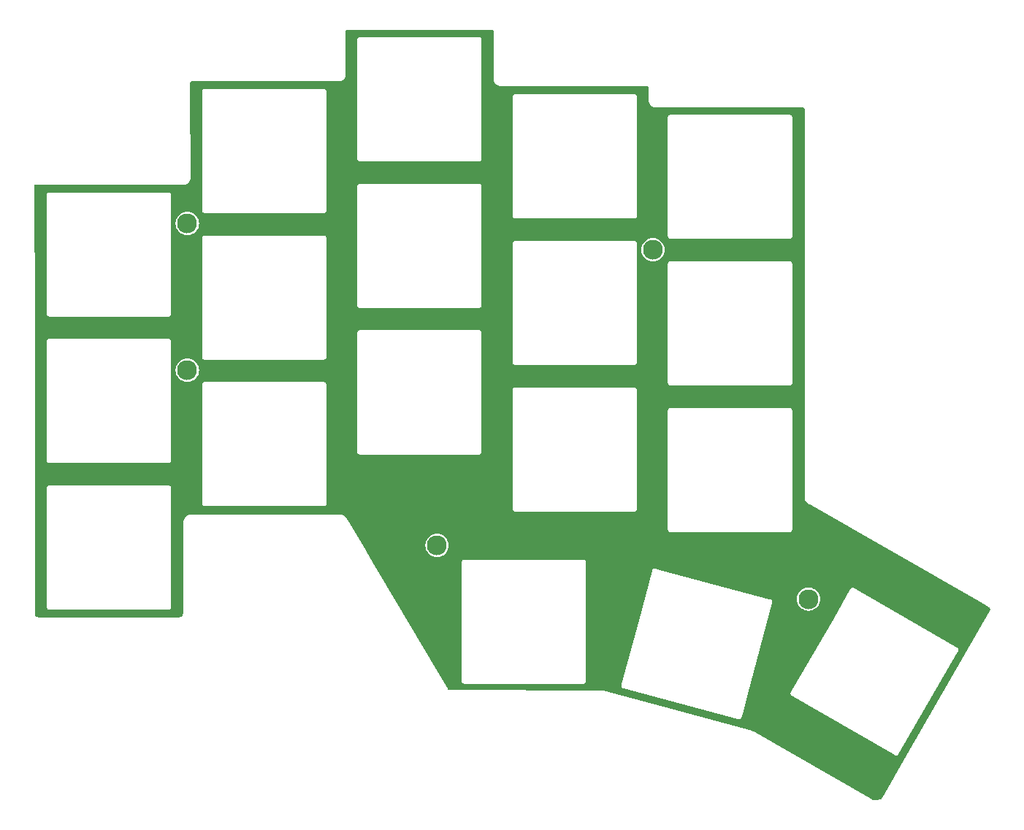
<source format=gbl>
G04 #@! TF.GenerationSoftware,KiCad,Pcbnew,(5.99.0-11177-g6c67dfa032)*
G04 #@! TF.CreationDate,2021-10-11T00:02:07+03:00*
G04 #@! TF.ProjectId,chocofi-topplate,63686f63-6f66-4692-9d74-6f70706c6174,2.1*
G04 #@! TF.SameCoordinates,Original*
G04 #@! TF.FileFunction,Copper,L2,Bot*
G04 #@! TF.FilePolarity,Positive*
%FSLAX46Y46*%
G04 Gerber Fmt 4.6, Leading zero omitted, Abs format (unit mm)*
G04 Created by KiCad (PCBNEW (5.99.0-11177-g6c67dfa032)) date 2021-10-11 00:02:07*
%MOMM*%
%LPD*%
G01*
G04 APERTURE LIST*
G04 #@! TA.AperFunction,ComponentPad*
%ADD10C,2.300000*%
G04 #@! TD*
G04 APERTURE END LIST*
D10*
X95000000Y-66802000D03*
X148971000Y-69850000D03*
X123952000Y-104140000D03*
X167005000Y-110363000D03*
X95000000Y-83820000D03*
G04 #@! TA.AperFunction,NonConductor*
G36*
X130294775Y-44338144D02*
G01*
X130295999Y-44338360D01*
X130296002Y-44338360D01*
X130309999Y-44340828D01*
X130309999Y-44341200D01*
X130325334Y-44340328D01*
X130340270Y-44343135D01*
X130349501Y-44343911D01*
X130361392Y-44346625D01*
X130388019Y-44355942D01*
X130402283Y-44362811D01*
X130426175Y-44377824D01*
X130438554Y-44387696D01*
X130458504Y-44407646D01*
X130468376Y-44420025D01*
X130483389Y-44443917D01*
X130490258Y-44458181D01*
X130499576Y-44484810D01*
X130502289Y-44496696D01*
X130502993Y-44505075D01*
X130506029Y-44518113D01*
X130505000Y-44536201D01*
X130505372Y-44536201D01*
X130508086Y-44551593D01*
X130510000Y-44573472D01*
X130510000Y-50016130D01*
X130508086Y-50038009D01*
X130505372Y-50053401D01*
X130505000Y-50053401D01*
X130507578Y-50143812D01*
X130547815Y-50320100D01*
X130550887Y-50326479D01*
X130600163Y-50428801D01*
X130626271Y-50483016D01*
X130739012Y-50624388D01*
X130880384Y-50737129D01*
X131043300Y-50815585D01*
X131173929Y-50845401D01*
X131209126Y-50853434D01*
X131219588Y-50855822D01*
X131228931Y-50856088D01*
X131291890Y-50857884D01*
X131291891Y-50857884D01*
X131309999Y-50858400D01*
X131309999Y-50858028D01*
X131325199Y-50855348D01*
X131347191Y-50853434D01*
X143034751Y-50864184D01*
X148255850Y-50868986D01*
X148277613Y-50870900D01*
X148279198Y-50871180D01*
X148279202Y-50871180D01*
X148293199Y-50873648D01*
X148293199Y-50874020D01*
X148308532Y-50873148D01*
X148323473Y-50875956D01*
X148332701Y-50876731D01*
X148344592Y-50879445D01*
X148371219Y-50888762D01*
X148385483Y-50895631D01*
X148409375Y-50910644D01*
X148421754Y-50920516D01*
X148441704Y-50940466D01*
X148451576Y-50952845D01*
X148466589Y-50976737D01*
X148473458Y-50991001D01*
X148482776Y-51017630D01*
X148485489Y-51029516D01*
X148486193Y-51037895D01*
X148489229Y-51050933D01*
X148488200Y-51069021D01*
X148488572Y-51069021D01*
X148490613Y-51080594D01*
X148491286Y-51084413D01*
X148493200Y-51106292D01*
X148493200Y-52531750D01*
X148491286Y-52553629D01*
X148488572Y-52569021D01*
X148488200Y-52569021D01*
X148490778Y-52659432D01*
X148531015Y-52835720D01*
X148609471Y-52998636D01*
X148722212Y-53140008D01*
X148863584Y-53252749D01*
X149026500Y-53331205D01*
X149138563Y-53356783D01*
X149192085Y-53368999D01*
X149202788Y-53371442D01*
X149213045Y-53371734D01*
X149275093Y-53373504D01*
X149275094Y-53373504D01*
X149293199Y-53374020D01*
X149293199Y-53373648D01*
X149308763Y-53370904D01*
X149330536Y-53368990D01*
X150994866Y-53367623D01*
X166323299Y-53355031D01*
X166345280Y-53356945D01*
X166347240Y-53357291D01*
X166347242Y-53357291D01*
X166360497Y-53359628D01*
X166360497Y-53360000D01*
X166375646Y-53359232D01*
X166387441Y-53361486D01*
X166400875Y-53362647D01*
X166415962Y-53366068D01*
X166442448Y-53375276D01*
X166459327Y-53383348D01*
X166483119Y-53398184D01*
X166497790Y-53409785D01*
X166517719Y-53429524D01*
X166529459Y-53444082D01*
X166544524Y-53467734D01*
X166547198Y-53473191D01*
X166560052Y-53528551D01*
X166589950Y-98663896D01*
X166589982Y-98712802D01*
X166588956Y-98728928D01*
X166585704Y-98754245D01*
X166588124Y-98765000D01*
X166596551Y-98802458D01*
X166597478Y-98806962D01*
X166603477Y-98839051D01*
X166603479Y-98839060D01*
X166605522Y-98849988D01*
X166608234Y-98854382D01*
X166608927Y-98857460D01*
X166608927Y-98857461D01*
X166608584Y-98857604D01*
X166650055Y-98949698D01*
X166653284Y-98954380D01*
X166653287Y-98954385D01*
X166760980Y-99110531D01*
X166764699Y-99115923D01*
X166911188Y-99254899D01*
X167083213Y-99360642D01*
X167169605Y-99394198D01*
X167186721Y-99402379D01*
X186953582Y-110752676D01*
X187845162Y-111264629D01*
X187860426Y-111274946D01*
X187877446Y-111288364D01*
X187877270Y-111288692D01*
X187889537Y-111295123D01*
X187898741Y-111299948D01*
X187922438Y-111316049D01*
X187959676Y-111348103D01*
X187978358Y-111368107D01*
X188008185Y-111407969D01*
X188022105Y-111431534D01*
X188042620Y-111476898D01*
X188051122Y-111502912D01*
X188061357Y-111551636D01*
X188064040Y-111578870D01*
X188063962Y-111586215D01*
X188063510Y-111628655D01*
X188060247Y-111655831D01*
X188049128Y-111703684D01*
X188039514Y-111730671D01*
X188028833Y-111752439D01*
X188029169Y-111752600D01*
X188027784Y-111757575D01*
X188023022Y-111770765D01*
X178379820Y-128517753D01*
X175555713Y-133422273D01*
X175524504Y-133458367D01*
X175512129Y-133468118D01*
X175498848Y-133477268D01*
X175355925Y-133562799D01*
X175340852Y-133570495D01*
X175188095Y-133635955D01*
X175172140Y-133641557D01*
X175011990Y-133685950D01*
X174995419Y-133689364D01*
X174830773Y-133711892D01*
X174813887Y-133713055D01*
X174728957Y-133713186D01*
X174647706Y-133713312D01*
X174630821Y-133712201D01*
X174522420Y-133697712D01*
X174465716Y-133690132D01*
X174449897Y-133686976D01*
X174403792Y-133674662D01*
X174373296Y-133662043D01*
X174337831Y-133641563D01*
X160648678Y-125736596D01*
X160635849Y-125728103D01*
X160620177Y-125716291D01*
X160613076Y-125710939D01*
X160605330Y-125707988D01*
X160602354Y-125707176D01*
X160602350Y-125707175D01*
X160569149Y-125698120D01*
X160560338Y-125695366D01*
X160524412Y-125682676D01*
X160514949Y-125682948D01*
X160508297Y-125681524D01*
X150157874Y-122858682D01*
X143255554Y-120976231D01*
X143241895Y-120971652D01*
X143222212Y-120963775D01*
X143222209Y-120963774D01*
X143213957Y-120960472D01*
X143205708Y-120959654D01*
X143189679Y-120959637D01*
X143170066Y-120959616D01*
X143159865Y-120959191D01*
X143140609Y-120957607D01*
X143123340Y-120956185D01*
X143113375Y-120959117D01*
X143104856Y-120959548D01*
X125411758Y-120940851D01*
X125390014Y-120938936D01*
X125384831Y-120938022D01*
X125384830Y-120938022D01*
X125374400Y-120936183D01*
X125374400Y-120935810D01*
X125359960Y-120936216D01*
X125355776Y-120935367D01*
X125329530Y-120932581D01*
X125305597Y-120926734D01*
X125277412Y-120916145D01*
X125276080Y-120915453D01*
X125225731Y-120867809D01*
X125157026Y-120751703D01*
X124985416Y-120461699D01*
X145304272Y-120461699D01*
X145306502Y-120473116D01*
X145306531Y-120476483D01*
X145306890Y-120479845D01*
X145305987Y-120491447D01*
X145309321Y-120502595D01*
X145309321Y-120502597D01*
X145316018Y-120524989D01*
X145318965Y-120536939D01*
X145325678Y-120571315D01*
X145331871Y-120581168D01*
X145333115Y-120584310D01*
X145334655Y-120587307D01*
X145337988Y-120598452D01*
X145345110Y-120607651D01*
X145345111Y-120607652D01*
X145359423Y-120626136D01*
X145366473Y-120636223D01*
X145385111Y-120665876D01*
X145394428Y-120672833D01*
X145396705Y-120675301D01*
X145399241Y-120677561D01*
X145406365Y-120686761D01*
X145416322Y-120692779D01*
X145416323Y-120692780D01*
X145436329Y-120704872D01*
X145446542Y-120711748D01*
X145474601Y-120732701D01*
X145482361Y-120735617D01*
X145485330Y-120736413D01*
X145488269Y-120737356D01*
X145488234Y-120737463D01*
X145492535Y-120738845D01*
X145501948Y-120744535D01*
X145513399Y-120746564D01*
X145513401Y-120746565D01*
X145537030Y-120750752D01*
X145547647Y-120753110D01*
X158812867Y-124307515D01*
X158822312Y-124310548D01*
X158831725Y-124316238D01*
X158843178Y-124318268D01*
X158843179Y-124318268D01*
X158866812Y-124322456D01*
X158877427Y-124324814D01*
X158887324Y-124327466D01*
X158895015Y-124328064D01*
X158907217Y-124329617D01*
X158930244Y-124333698D01*
X158930245Y-124333698D01*
X158941699Y-124335728D01*
X158953115Y-124333498D01*
X158956489Y-124333469D01*
X158959848Y-124333110D01*
X158971448Y-124334013D01*
X158982596Y-124330679D01*
X158982597Y-124330679D01*
X159004996Y-124323980D01*
X159016949Y-124321033D01*
X159039895Y-124316552D01*
X159051315Y-124314322D01*
X159061165Y-124308131D01*
X159064320Y-124306882D01*
X159067313Y-124305344D01*
X159078453Y-124302012D01*
X159106148Y-124280567D01*
X159116230Y-124273522D01*
X159136024Y-124261081D01*
X159145876Y-124254889D01*
X159152838Y-124245567D01*
X159155319Y-124243277D01*
X159157564Y-124240757D01*
X159166762Y-124233635D01*
X159184877Y-124203665D01*
X159191746Y-124193463D01*
X159207377Y-124172530D01*
X159207379Y-124172526D01*
X159212701Y-124165399D01*
X159215617Y-124157639D01*
X159216413Y-124154667D01*
X159217356Y-124151731D01*
X159217463Y-124151766D01*
X159218845Y-124147465D01*
X159224535Y-124138052D01*
X159230754Y-124102961D01*
X159233113Y-124092340D01*
X159348070Y-123663317D01*
X159967752Y-121350631D01*
X164931446Y-121350631D01*
X164934878Y-121361751D01*
X164935267Y-121365115D01*
X164935978Y-121368403D01*
X164936313Y-121380029D01*
X164949861Y-121412338D01*
X164954049Y-121423876D01*
X164964380Y-121457352D01*
X164971581Y-121466486D01*
X164973149Y-121469474D01*
X164975005Y-121472300D01*
X164979504Y-121483027D01*
X164987563Y-121491416D01*
X165003760Y-121508277D01*
X165011844Y-121517560D01*
X165033525Y-121545062D01*
X165040265Y-121549887D01*
X165042931Y-121551426D01*
X165045522Y-121553096D01*
X165045460Y-121553192D01*
X165049260Y-121555640D01*
X165056877Y-121563570D01*
X165067417Y-121568496D01*
X165067418Y-121568497D01*
X165089159Y-121578659D01*
X165098807Y-121583687D01*
X176992057Y-128450257D01*
X177000408Y-128455639D01*
X177008027Y-128463570D01*
X177018565Y-128468495D01*
X177018566Y-128468496D01*
X177040307Y-128478657D01*
X177049956Y-128483685D01*
X177058826Y-128488806D01*
X177066099Y-128491374D01*
X177077477Y-128496029D01*
X177109209Y-128510860D01*
X177120814Y-128511661D01*
X177124080Y-128512506D01*
X177127418Y-128513029D01*
X177138389Y-128516903D01*
X177150018Y-128516568D01*
X177173390Y-128515895D01*
X177185696Y-128516142D01*
X177209022Y-128517753D01*
X177209026Y-128517753D01*
X177220631Y-128518554D01*
X177231754Y-128515122D01*
X177235110Y-128514733D01*
X177238398Y-128514022D01*
X177250030Y-128513687D01*
X177282322Y-128500145D01*
X177293893Y-128495945D01*
X177327352Y-128485620D01*
X177336489Y-128478417D01*
X177339484Y-128476845D01*
X177342302Y-128474994D01*
X177353027Y-128470496D01*
X177378286Y-128446232D01*
X177387548Y-128438166D01*
X177415062Y-128416475D01*
X177419887Y-128409735D01*
X177421428Y-128407066D01*
X177423096Y-128404478D01*
X177423192Y-128404540D01*
X177425639Y-128400742D01*
X177433571Y-128393123D01*
X177448658Y-128360842D01*
X177453686Y-128351194D01*
X184320254Y-116457948D01*
X184325638Y-116449594D01*
X184333571Y-116441973D01*
X184348670Y-116409666D01*
X184353684Y-116400045D01*
X184358806Y-116391174D01*
X184361373Y-116383906D01*
X184366031Y-116372521D01*
X184375934Y-116351331D01*
X184380860Y-116340791D01*
X184381662Y-116329185D01*
X184382507Y-116325916D01*
X184383029Y-116322581D01*
X184386903Y-116311611D01*
X184386568Y-116299982D01*
X184385895Y-116276610D01*
X184386142Y-116264304D01*
X184387753Y-116240978D01*
X184387753Y-116240974D01*
X184388554Y-116229369D01*
X184385122Y-116218246D01*
X184384733Y-116214890D01*
X184384022Y-116211602D01*
X184383687Y-116199970D01*
X184370145Y-116167678D01*
X184365945Y-116156107D01*
X184359051Y-116133767D01*
X184355620Y-116122648D01*
X184348416Y-116113509D01*
X184346847Y-116110521D01*
X184344996Y-116107703D01*
X184340496Y-116096973D01*
X184316237Y-116071719D01*
X184308157Y-116062440D01*
X184291981Y-116041922D01*
X184291978Y-116041919D01*
X184286475Y-116034939D01*
X184279735Y-116030113D01*
X184277073Y-116028576D01*
X184274474Y-116026901D01*
X184274536Y-116026806D01*
X184270743Y-116024361D01*
X184263123Y-116016429D01*
X184230842Y-116001342D01*
X184221194Y-115996314D01*
X172327946Y-109129743D01*
X172319592Y-109124359D01*
X172311973Y-109116429D01*
X172279692Y-109101341D01*
X172270052Y-109096319D01*
X172261175Y-109091194D01*
X172253897Y-109088624D01*
X172242527Y-109083972D01*
X172210791Y-109069140D01*
X172199187Y-109068339D01*
X172195918Y-109067493D01*
X172192581Y-109066970D01*
X172181612Y-109063097D01*
X172169983Y-109063432D01*
X172146610Y-109064105D01*
X172134304Y-109063858D01*
X172110978Y-109062247D01*
X172110974Y-109062247D01*
X172099369Y-109061446D01*
X172088249Y-109064878D01*
X172084885Y-109065267D01*
X172081597Y-109065978D01*
X172069971Y-109066313D01*
X172037662Y-109079861D01*
X172026124Y-109084049D01*
X171992648Y-109094380D01*
X171983511Y-109101583D01*
X171980522Y-109103152D01*
X171977702Y-109105005D01*
X171966973Y-109109504D01*
X171958584Y-109117563D01*
X171941724Y-109133760D01*
X171932438Y-109141847D01*
X171911919Y-109158022D01*
X171911917Y-109158024D01*
X171904939Y-109163525D01*
X171900113Y-109170265D01*
X171898569Y-109172939D01*
X171896902Y-109175526D01*
X171896805Y-109175464D01*
X171894359Y-109179260D01*
X171886430Y-109186877D01*
X171881504Y-109197417D01*
X171881503Y-109197418D01*
X171871341Y-109219159D01*
X171866313Y-109228807D01*
X169936198Y-112571865D01*
X165083935Y-120976232D01*
X164999743Y-121122056D01*
X164994362Y-121130407D01*
X164986430Y-121138027D01*
X164981505Y-121148564D01*
X164981504Y-121148566D01*
X164971342Y-121170310D01*
X164966319Y-121179949D01*
X164961194Y-121188825D01*
X164959264Y-121194291D01*
X164959257Y-121194306D01*
X164958621Y-121196108D01*
X164953962Y-121207497D01*
X164939140Y-121239209D01*
X164938338Y-121250818D01*
X164937493Y-121254086D01*
X164936971Y-121257416D01*
X164933097Y-121268388D01*
X164933432Y-121280017D01*
X164934105Y-121303390D01*
X164933858Y-121315696D01*
X164932247Y-121339022D01*
X164932247Y-121339026D01*
X164931446Y-121350631D01*
X159967752Y-121350631D01*
X162787514Y-110827139D01*
X162790548Y-110817689D01*
X162796238Y-110808275D01*
X162802458Y-110773182D01*
X162804817Y-110762563D01*
X162805964Y-110758283D01*
X162805964Y-110758280D01*
X162807466Y-110752676D01*
X162807916Y-110746892D01*
X162807918Y-110746882D01*
X162808065Y-110744993D01*
X162809617Y-110732793D01*
X162813699Y-110709758D01*
X162813699Y-110709755D01*
X162815729Y-110698301D01*
X162813498Y-110686882D01*
X162813469Y-110683517D01*
X162813110Y-110680154D01*
X162814013Y-110668552D01*
X162803978Y-110634998D01*
X162801034Y-110623055D01*
X162796552Y-110600105D01*
X162794322Y-110588685D01*
X162788130Y-110578833D01*
X162786883Y-110575684D01*
X162785345Y-110572691D01*
X162782012Y-110561547D01*
X162760567Y-110533852D01*
X162753522Y-110523770D01*
X162741081Y-110503976D01*
X162734889Y-110494124D01*
X162725567Y-110487162D01*
X162723277Y-110484681D01*
X162720757Y-110482436D01*
X162713635Y-110473238D01*
X162683665Y-110455123D01*
X162673463Y-110448254D01*
X162652529Y-110432622D01*
X162652523Y-110432619D01*
X162645399Y-110427299D01*
X162637640Y-110424383D01*
X162634675Y-110423588D01*
X162631748Y-110422649D01*
X162631783Y-110422541D01*
X162627466Y-110421155D01*
X162618052Y-110415465D01*
X162582950Y-110409244D01*
X162572357Y-110406890D01*
X162408557Y-110363000D01*
X165649341Y-110363000D01*
X165669937Y-110598408D01*
X165671361Y-110603722D01*
X165671361Y-110603723D01*
X165724982Y-110803840D01*
X165731097Y-110826663D01*
X165830965Y-111040829D01*
X165966505Y-111234401D01*
X166133599Y-111401495D01*
X166138107Y-111404652D01*
X166138110Y-111404654D01*
X166281845Y-111505298D01*
X166327170Y-111537035D01*
X166332152Y-111539358D01*
X166332157Y-111539361D01*
X166523649Y-111628655D01*
X166541337Y-111636903D01*
X166546645Y-111638325D01*
X166546647Y-111638326D01*
X166764277Y-111696639D01*
X166769592Y-111698063D01*
X167005000Y-111718659D01*
X167240408Y-111698063D01*
X167245723Y-111696639D01*
X167463353Y-111638326D01*
X167463355Y-111638325D01*
X167468663Y-111636903D01*
X167486351Y-111628655D01*
X167677843Y-111539361D01*
X167677848Y-111539358D01*
X167682830Y-111537035D01*
X167728155Y-111505298D01*
X167871890Y-111404654D01*
X167871893Y-111404652D01*
X167876401Y-111401495D01*
X168043495Y-111234401D01*
X168179035Y-111040829D01*
X168278903Y-110826663D01*
X168285019Y-110803840D01*
X168338639Y-110603723D01*
X168338639Y-110603722D01*
X168340063Y-110598408D01*
X168360659Y-110363000D01*
X168340063Y-110127592D01*
X168278903Y-109899337D01*
X168179035Y-109685171D01*
X168043495Y-109491599D01*
X167876401Y-109324505D01*
X167871893Y-109321348D01*
X167871890Y-109321346D01*
X167687339Y-109192122D01*
X167687336Y-109192120D01*
X167682830Y-109188965D01*
X167677848Y-109186642D01*
X167677843Y-109186639D01*
X167473645Y-109091420D01*
X167473644Y-109091419D01*
X167468663Y-109089097D01*
X167463355Y-109087675D01*
X167463353Y-109087674D01*
X167245723Y-109029361D01*
X167245722Y-109029361D01*
X167240408Y-109027937D01*
X167005000Y-109007341D01*
X166769592Y-109027937D01*
X166764278Y-109029361D01*
X166764277Y-109029361D01*
X166546647Y-109087674D01*
X166546645Y-109087675D01*
X166541337Y-109089097D01*
X166536357Y-109091419D01*
X166536355Y-109091420D01*
X166332152Y-109186642D01*
X166332149Y-109186644D01*
X166327171Y-109188965D01*
X166133599Y-109324505D01*
X165966505Y-109491599D01*
X165830965Y-109685171D01*
X165731097Y-109899337D01*
X165669937Y-110127592D01*
X165649341Y-110363000D01*
X162408557Y-110363000D01*
X150110155Y-107067654D01*
X149307141Y-106852487D01*
X149297685Y-106849450D01*
X149288275Y-106843762D01*
X149276825Y-106841733D01*
X149276823Y-106841732D01*
X149254545Y-106837784D01*
X149253177Y-106837541D01*
X149242563Y-106835183D01*
X149232677Y-106832534D01*
X149226887Y-106832083D01*
X149226879Y-106832082D01*
X149224993Y-106831935D01*
X149212791Y-106830383D01*
X149189753Y-106826300D01*
X149189750Y-106826300D01*
X149178301Y-106824271D01*
X149166887Y-106826500D01*
X149163531Y-106826529D01*
X149160155Y-106826890D01*
X149148553Y-106825987D01*
X149137409Y-106829320D01*
X149137405Y-106829320D01*
X149115003Y-106836019D01*
X149103057Y-106838964D01*
X149080109Y-106843446D01*
X149080105Y-106843448D01*
X149068685Y-106845678D01*
X149058832Y-106851871D01*
X149055693Y-106853114D01*
X149052695Y-106854654D01*
X149041548Y-106857988D01*
X149032349Y-106865110D01*
X149032348Y-106865111D01*
X149013864Y-106879423D01*
X149003777Y-106886473D01*
X148974124Y-106905111D01*
X148967167Y-106914428D01*
X148964699Y-106916705D01*
X148962439Y-106919241D01*
X148953239Y-106926365D01*
X148947221Y-106936322D01*
X148947220Y-106936323D01*
X148935128Y-106956329D01*
X148928252Y-106966542D01*
X148912622Y-106987472D01*
X148912620Y-106987475D01*
X148907299Y-106994601D01*
X148904383Y-107002360D01*
X148903588Y-107005328D01*
X148902649Y-107008252D01*
X148902543Y-107008218D01*
X148901155Y-107012533D01*
X148895465Y-107021948D01*
X148893436Y-107033399D01*
X148893434Y-107033403D01*
X148889246Y-107057032D01*
X148886887Y-107067654D01*
X147333816Y-112863796D01*
X145355518Y-120246905D01*
X145332486Y-120332860D01*
X145329451Y-120342313D01*
X145323762Y-120351725D01*
X145318158Y-120383348D01*
X145317544Y-120386810D01*
X145315185Y-120397429D01*
X145312534Y-120407323D01*
X145311936Y-120415013D01*
X145310383Y-120427217D01*
X145304272Y-120461699D01*
X124985416Y-120461699D01*
X116463347Y-106060237D01*
X126806456Y-106060237D01*
X126807460Y-106071830D01*
X126807460Y-106071831D01*
X126809530Y-106095730D01*
X126810000Y-106106602D01*
X126810000Y-119839761D01*
X126809516Y-119849672D01*
X126806456Y-119860237D01*
X126807460Y-119871830D01*
X126807460Y-119871831D01*
X126809530Y-119895730D01*
X126810000Y-119906602D01*
X126810000Y-119916847D01*
X126811062Y-119922549D01*
X126811413Y-119924433D01*
X126813071Y-119936620D01*
X126814880Y-119957498D01*
X126816093Y-119971508D01*
X126821201Y-119981958D01*
X126822101Y-119985202D01*
X126823318Y-119988356D01*
X126825449Y-119999799D01*
X126843839Y-120029633D01*
X126849757Y-120040377D01*
X126865141Y-120071849D01*
X126873669Y-120079759D01*
X126875681Y-120082469D01*
X126877951Y-120084973D01*
X126884055Y-120094875D01*
X126893314Y-120101916D01*
X126893318Y-120101920D01*
X126911932Y-120116074D01*
X126921341Y-120123982D01*
X126947023Y-120147805D01*
X126957830Y-120152116D01*
X126960683Y-120153920D01*
X126963698Y-120155437D01*
X126972958Y-120162478D01*
X127006609Y-120172223D01*
X127018224Y-120176211D01*
X127050759Y-120189191D01*
X127059009Y-120190000D01*
X127062094Y-120190000D01*
X127065160Y-120190150D01*
X127065154Y-120190264D01*
X127069672Y-120190485D01*
X127080237Y-120193544D01*
X127091830Y-120192540D01*
X127091831Y-120192540D01*
X127115730Y-120190470D01*
X127126602Y-120190000D01*
X140859761Y-120190000D01*
X140869672Y-120190484D01*
X140880237Y-120193544D01*
X140891830Y-120192540D01*
X140891831Y-120192540D01*
X140915730Y-120190470D01*
X140926602Y-120190000D01*
X140936847Y-120190000D01*
X140944438Y-120188586D01*
X140956620Y-120186929D01*
X140979920Y-120184911D01*
X140979922Y-120184911D01*
X140991508Y-120183907D01*
X141001958Y-120178799D01*
X141005202Y-120177899D01*
X141008356Y-120176682D01*
X141019799Y-120174551D01*
X141049633Y-120156161D01*
X141060377Y-120150243D01*
X141091849Y-120134859D01*
X141099759Y-120126331D01*
X141102469Y-120124319D01*
X141104973Y-120122049D01*
X141114875Y-120115945D01*
X141121916Y-120106686D01*
X141121920Y-120106682D01*
X141136074Y-120088068D01*
X141143982Y-120078659D01*
X141167805Y-120052977D01*
X141172116Y-120042170D01*
X141173920Y-120039317D01*
X141175437Y-120036302D01*
X141182478Y-120027042D01*
X141192223Y-119993391D01*
X141196211Y-119981776D01*
X141209191Y-119949241D01*
X141210000Y-119940991D01*
X141210000Y-119937906D01*
X141210150Y-119934840D01*
X141210264Y-119934846D01*
X141210485Y-119930328D01*
X141213544Y-119919763D01*
X141210470Y-119884269D01*
X141210000Y-119873398D01*
X141210000Y-106140239D01*
X141210484Y-106130328D01*
X141213544Y-106119763D01*
X141210470Y-106084269D01*
X141210000Y-106073398D01*
X141210000Y-106063153D01*
X141208586Y-106055562D01*
X141206929Y-106043380D01*
X141204911Y-106020080D01*
X141204911Y-106020078D01*
X141203907Y-106008492D01*
X141198799Y-105998042D01*
X141197899Y-105994798D01*
X141196682Y-105991644D01*
X141194551Y-105980201D01*
X141176161Y-105950367D01*
X141170243Y-105939623D01*
X141154859Y-105908151D01*
X141146331Y-105900241D01*
X141144319Y-105897531D01*
X141142049Y-105895027D01*
X141135945Y-105885125D01*
X141126686Y-105878084D01*
X141126682Y-105878080D01*
X141108068Y-105863926D01*
X141098659Y-105856018D01*
X141072977Y-105832195D01*
X141062170Y-105827884D01*
X141059317Y-105826080D01*
X141056302Y-105824563D01*
X141047042Y-105817522D01*
X141013391Y-105807777D01*
X141001776Y-105803789D01*
X140969241Y-105790809D01*
X140960991Y-105790000D01*
X140957906Y-105790000D01*
X140954840Y-105789850D01*
X140954846Y-105789736D01*
X140950328Y-105789515D01*
X140939763Y-105786456D01*
X140928170Y-105787460D01*
X140928169Y-105787460D01*
X140904270Y-105789530D01*
X140893398Y-105790000D01*
X127160239Y-105790000D01*
X127150328Y-105789516D01*
X127139763Y-105786456D01*
X127128170Y-105787460D01*
X127128169Y-105787460D01*
X127104270Y-105789530D01*
X127093398Y-105790000D01*
X127083153Y-105790000D01*
X127075562Y-105791414D01*
X127063380Y-105793071D01*
X127040080Y-105795089D01*
X127040078Y-105795089D01*
X127028492Y-105796093D01*
X127018042Y-105801201D01*
X127014798Y-105802101D01*
X127011644Y-105803318D01*
X127000201Y-105805449D01*
X126970367Y-105823839D01*
X126959623Y-105829757D01*
X126928151Y-105845141D01*
X126920241Y-105853669D01*
X126917531Y-105855681D01*
X126915027Y-105857951D01*
X126905125Y-105864055D01*
X126898084Y-105873314D01*
X126898080Y-105873318D01*
X126883926Y-105891932D01*
X126876018Y-105901341D01*
X126852195Y-105927023D01*
X126847884Y-105937830D01*
X126846080Y-105940683D01*
X126844563Y-105943698D01*
X126837522Y-105952958D01*
X126827777Y-105986609D01*
X126823789Y-105998224D01*
X126810809Y-106030759D01*
X126810000Y-106039009D01*
X126810000Y-106042094D01*
X126809850Y-106045160D01*
X126809736Y-106045154D01*
X126809515Y-106049672D01*
X126806456Y-106060237D01*
X116463347Y-106060237D01*
X115327046Y-104140000D01*
X122596341Y-104140000D01*
X122616937Y-104375408D01*
X122678097Y-104603663D01*
X122777965Y-104817829D01*
X122913505Y-105011401D01*
X123080599Y-105178495D01*
X123085107Y-105181652D01*
X123085110Y-105181654D01*
X123269661Y-105310878D01*
X123274170Y-105314035D01*
X123279152Y-105316358D01*
X123279157Y-105316361D01*
X123483355Y-105411580D01*
X123488337Y-105413903D01*
X123493645Y-105415325D01*
X123493647Y-105415326D01*
X123711277Y-105473639D01*
X123716592Y-105475063D01*
X123952000Y-105495659D01*
X124187408Y-105475063D01*
X124192723Y-105473639D01*
X124410353Y-105415326D01*
X124410355Y-105415325D01*
X124415663Y-105413903D01*
X124420645Y-105411580D01*
X124624843Y-105316361D01*
X124624848Y-105316358D01*
X124629830Y-105314035D01*
X124634339Y-105310878D01*
X124818890Y-105181654D01*
X124818893Y-105181652D01*
X124823401Y-105178495D01*
X124990495Y-105011401D01*
X125126035Y-104817829D01*
X125225903Y-104603663D01*
X125287063Y-104375408D01*
X125307659Y-104140000D01*
X125287063Y-103904592D01*
X125225903Y-103676337D01*
X125126035Y-103462171D01*
X124990495Y-103268599D01*
X124823401Y-103101505D01*
X124818893Y-103098348D01*
X124818890Y-103098346D01*
X124634339Y-102969122D01*
X124634336Y-102969120D01*
X124629830Y-102965965D01*
X124624848Y-102963642D01*
X124624843Y-102963639D01*
X124420645Y-102868420D01*
X124420644Y-102868419D01*
X124415663Y-102866097D01*
X124410355Y-102864675D01*
X124410353Y-102864674D01*
X124192723Y-102806361D01*
X124192722Y-102806361D01*
X124187408Y-102804937D01*
X123952000Y-102784341D01*
X123716592Y-102804937D01*
X123711278Y-102806361D01*
X123711277Y-102806361D01*
X123493647Y-102864674D01*
X123493645Y-102864675D01*
X123488337Y-102866097D01*
X123483357Y-102868419D01*
X123483355Y-102868420D01*
X123279152Y-102963642D01*
X123279149Y-102963644D01*
X123274171Y-102965965D01*
X123080599Y-103101505D01*
X122913505Y-103268599D01*
X122777965Y-103462171D01*
X122678097Y-103676337D01*
X122616937Y-103904592D01*
X122596341Y-104140000D01*
X115327046Y-104140000D01*
X114814064Y-103273111D01*
X113579596Y-101186980D01*
X113572338Y-101168755D01*
X113572519Y-101168673D01*
X113529312Y-101079046D01*
X113414152Y-100916819D01*
X113312180Y-100819359D01*
X113274676Y-100783514D01*
X113274672Y-100783511D01*
X113270331Y-100779362D01*
X113265278Y-100776108D01*
X113108121Y-100674912D01*
X113108117Y-100674910D01*
X113103062Y-100671655D01*
X112918412Y-100597606D01*
X112723073Y-100559898D01*
X112717785Y-100559779D01*
X112717779Y-100559778D01*
X112656959Y-100558405D01*
X112623600Y-100557652D01*
X112623600Y-100558024D01*
X112608276Y-100560726D01*
X112608208Y-100560738D01*
X112586329Y-100562652D01*
X95490471Y-100562652D01*
X95468592Y-100560738D01*
X95464102Y-100559946D01*
X95464101Y-100559946D01*
X95453200Y-100558024D01*
X95453200Y-100557652D01*
X95350518Y-100560919D01*
X95344601Y-100562269D01*
X95344597Y-100562270D01*
X95157201Y-100605042D01*
X95157200Y-100605042D01*
X95150301Y-100606617D01*
X95143922Y-100609689D01*
X95015249Y-100671655D01*
X94965273Y-100695722D01*
X94804713Y-100823765D01*
X94676670Y-100984325D01*
X94587565Y-101169353D01*
X94585990Y-101176252D01*
X94585990Y-101176253D01*
X94554169Y-101315672D01*
X94541867Y-101369570D01*
X94538600Y-101472252D01*
X94538972Y-101472252D01*
X94540530Y-101481088D01*
X94540530Y-101481089D01*
X94541686Y-101487644D01*
X94543600Y-101509523D01*
X94543600Y-105560740D01*
X94543596Y-105561717D01*
X94493569Y-112015401D01*
X94493086Y-112077667D01*
X94491176Y-112098565D01*
X94488172Y-112115599D01*
X94487800Y-112115599D01*
X94488116Y-112129847D01*
X94488271Y-112136862D01*
X94485881Y-112164233D01*
X94477310Y-112207323D01*
X94470144Y-112230949D01*
X94452783Y-112272860D01*
X94441145Y-112294631D01*
X94415952Y-112332334D01*
X94400283Y-112351426D01*
X94368226Y-112383483D01*
X94349134Y-112399152D01*
X94311431Y-112424345D01*
X94289660Y-112435983D01*
X94247749Y-112453344D01*
X94224125Y-112460509D01*
X94194999Y-112466303D01*
X94181033Y-112469081D01*
X94153662Y-112471471D01*
X94152890Y-112471454D01*
X94150511Y-112471401D01*
X94150510Y-112471401D01*
X94132399Y-112471000D01*
X94132399Y-112471372D01*
X94124805Y-112472711D01*
X94117007Y-112474086D01*
X94095128Y-112476000D01*
X77710472Y-112476000D01*
X77688593Y-112474086D01*
X77682861Y-112473075D01*
X77682860Y-112473075D01*
X77673201Y-112471372D01*
X77673201Y-112471000D01*
X77651938Y-112471471D01*
X77624567Y-112469081D01*
X77610601Y-112466303D01*
X77581475Y-112460509D01*
X77557851Y-112453344D01*
X77515940Y-112435983D01*
X77494169Y-112424345D01*
X77456466Y-112399152D01*
X77437374Y-112383483D01*
X77405317Y-112351426D01*
X77389648Y-112332334D01*
X77364455Y-112294631D01*
X77352817Y-112272860D01*
X77335456Y-112230949D01*
X77328290Y-112207323D01*
X77319719Y-112164233D01*
X77317329Y-112136862D01*
X77317399Y-112133711D01*
X77317399Y-112133710D01*
X77317800Y-112115599D01*
X77317428Y-112115599D01*
X77314714Y-112100207D01*
X77312800Y-112078328D01*
X77312800Y-97470237D01*
X78706456Y-97470237D01*
X78707460Y-97481830D01*
X78707460Y-97481831D01*
X78709530Y-97505730D01*
X78710000Y-97516602D01*
X78710000Y-111249761D01*
X78709516Y-111259672D01*
X78706456Y-111270237D01*
X78707460Y-111281830D01*
X78707460Y-111281831D01*
X78709530Y-111305730D01*
X78710000Y-111316602D01*
X78710000Y-111326847D01*
X78711062Y-111332549D01*
X78711413Y-111334433D01*
X78713071Y-111346620D01*
X78714880Y-111367498D01*
X78716093Y-111381508D01*
X78721201Y-111391958D01*
X78722101Y-111395202D01*
X78723318Y-111398356D01*
X78725449Y-111409799D01*
X78743839Y-111439633D01*
X78749757Y-111450377D01*
X78765141Y-111481849D01*
X78773669Y-111489759D01*
X78775681Y-111492469D01*
X78777951Y-111494973D01*
X78784055Y-111504875D01*
X78793314Y-111511916D01*
X78793318Y-111511920D01*
X78811932Y-111526074D01*
X78821341Y-111533982D01*
X78847023Y-111557805D01*
X78857830Y-111562116D01*
X78860683Y-111563920D01*
X78863698Y-111565437D01*
X78872958Y-111572478D01*
X78906609Y-111582223D01*
X78918224Y-111586211D01*
X78950759Y-111599191D01*
X78959009Y-111600000D01*
X78962094Y-111600000D01*
X78965160Y-111600150D01*
X78965154Y-111600264D01*
X78969672Y-111600485D01*
X78980237Y-111603544D01*
X78991830Y-111602540D01*
X78991831Y-111602540D01*
X79015730Y-111600470D01*
X79026602Y-111600000D01*
X92759761Y-111600000D01*
X92769672Y-111600484D01*
X92780237Y-111603544D01*
X92791830Y-111602540D01*
X92791831Y-111602540D01*
X92815730Y-111600470D01*
X92826602Y-111600000D01*
X92836847Y-111600000D01*
X92844438Y-111598586D01*
X92856620Y-111596929D01*
X92879920Y-111594911D01*
X92879922Y-111594911D01*
X92891508Y-111593907D01*
X92901958Y-111588799D01*
X92905202Y-111587899D01*
X92908356Y-111586682D01*
X92919799Y-111584551D01*
X92949633Y-111566161D01*
X92960377Y-111560243D01*
X92991849Y-111544859D01*
X92999759Y-111536331D01*
X93002469Y-111534319D01*
X93004973Y-111532049D01*
X93014875Y-111525945D01*
X93021916Y-111516686D01*
X93021920Y-111516682D01*
X93036074Y-111498068D01*
X93043982Y-111488659D01*
X93067805Y-111462977D01*
X93072116Y-111452170D01*
X93073920Y-111449317D01*
X93075437Y-111446302D01*
X93082478Y-111437042D01*
X93092223Y-111403391D01*
X93096211Y-111391776D01*
X93109191Y-111359241D01*
X93110000Y-111350991D01*
X93110000Y-111347906D01*
X93110150Y-111344840D01*
X93110264Y-111344846D01*
X93110485Y-111340328D01*
X93113544Y-111329763D01*
X93110470Y-111294269D01*
X93110000Y-111283398D01*
X93110000Y-97550239D01*
X93110484Y-97540328D01*
X93113544Y-97529763D01*
X93110470Y-97494269D01*
X93110000Y-97483398D01*
X93110000Y-97473153D01*
X93108586Y-97465562D01*
X93106929Y-97453380D01*
X93104911Y-97430080D01*
X93104911Y-97430078D01*
X93103907Y-97418492D01*
X93098799Y-97408042D01*
X93097899Y-97404798D01*
X93096682Y-97401644D01*
X93094551Y-97390201D01*
X93076161Y-97360367D01*
X93070243Y-97349623D01*
X93054859Y-97318151D01*
X93046331Y-97310241D01*
X93044319Y-97307531D01*
X93042049Y-97305027D01*
X93035945Y-97295125D01*
X93026686Y-97288084D01*
X93026682Y-97288080D01*
X93008068Y-97273926D01*
X92998659Y-97266018D01*
X92972977Y-97242195D01*
X92962170Y-97237884D01*
X92959317Y-97236080D01*
X92956302Y-97234563D01*
X92947042Y-97227522D01*
X92913391Y-97217777D01*
X92901776Y-97213789D01*
X92869241Y-97200809D01*
X92860991Y-97200000D01*
X92857906Y-97200000D01*
X92854840Y-97199850D01*
X92854846Y-97199736D01*
X92850328Y-97199515D01*
X92839763Y-97196456D01*
X92828170Y-97197460D01*
X92828169Y-97197460D01*
X92804270Y-97199530D01*
X92793398Y-97200000D01*
X79060239Y-97200000D01*
X79050328Y-97199516D01*
X79039763Y-97196456D01*
X79028170Y-97197460D01*
X79028169Y-97197460D01*
X79004270Y-97199530D01*
X78993398Y-97200000D01*
X78983153Y-97200000D01*
X78975562Y-97201414D01*
X78963380Y-97203071D01*
X78940080Y-97205089D01*
X78940078Y-97205089D01*
X78928492Y-97206093D01*
X78918042Y-97211201D01*
X78914798Y-97212101D01*
X78911644Y-97213318D01*
X78900201Y-97215449D01*
X78870367Y-97233839D01*
X78859623Y-97239757D01*
X78828151Y-97255141D01*
X78820241Y-97263669D01*
X78817531Y-97265681D01*
X78815027Y-97267951D01*
X78805125Y-97274055D01*
X78798084Y-97283314D01*
X78798080Y-97283318D01*
X78783926Y-97301932D01*
X78776018Y-97311341D01*
X78752195Y-97337023D01*
X78747884Y-97347830D01*
X78746080Y-97350683D01*
X78744563Y-97353698D01*
X78737522Y-97362958D01*
X78727777Y-97396609D01*
X78723789Y-97408224D01*
X78710809Y-97440759D01*
X78710000Y-97449009D01*
X78710000Y-97452094D01*
X78709850Y-97455160D01*
X78709736Y-97455154D01*
X78709515Y-97459672D01*
X78706456Y-97470237D01*
X77312800Y-97470237D01*
X77312800Y-80470237D01*
X78706456Y-80470237D01*
X78707460Y-80481830D01*
X78707460Y-80481831D01*
X78709530Y-80505730D01*
X78710000Y-80516602D01*
X78710000Y-94249761D01*
X78709516Y-94259672D01*
X78706456Y-94270237D01*
X78707460Y-94281830D01*
X78707460Y-94281831D01*
X78709530Y-94305730D01*
X78710000Y-94316602D01*
X78710000Y-94326847D01*
X78711062Y-94332549D01*
X78711413Y-94334433D01*
X78713071Y-94346620D01*
X78714880Y-94367498D01*
X78716093Y-94381508D01*
X78721201Y-94391958D01*
X78722101Y-94395202D01*
X78723318Y-94398356D01*
X78725449Y-94409799D01*
X78743839Y-94439633D01*
X78749757Y-94450377D01*
X78765141Y-94481849D01*
X78773669Y-94489759D01*
X78775681Y-94492469D01*
X78777951Y-94494973D01*
X78784055Y-94504875D01*
X78793314Y-94511916D01*
X78793318Y-94511920D01*
X78811932Y-94526074D01*
X78821341Y-94533982D01*
X78847023Y-94557805D01*
X78857830Y-94562116D01*
X78860683Y-94563920D01*
X78863698Y-94565437D01*
X78872958Y-94572478D01*
X78906609Y-94582223D01*
X78918224Y-94586211D01*
X78950759Y-94599191D01*
X78959009Y-94600000D01*
X78962094Y-94600000D01*
X78965160Y-94600150D01*
X78965154Y-94600264D01*
X78969672Y-94600485D01*
X78980237Y-94603544D01*
X78991830Y-94602540D01*
X78991831Y-94602540D01*
X79015730Y-94600470D01*
X79026602Y-94600000D01*
X92759761Y-94600000D01*
X92769672Y-94600484D01*
X92780237Y-94603544D01*
X92791830Y-94602540D01*
X92791831Y-94602540D01*
X92815730Y-94600470D01*
X92826602Y-94600000D01*
X92836847Y-94600000D01*
X92844438Y-94598586D01*
X92856620Y-94596929D01*
X92879920Y-94594911D01*
X92879922Y-94594911D01*
X92891508Y-94593907D01*
X92901958Y-94588799D01*
X92905202Y-94587899D01*
X92908356Y-94586682D01*
X92919799Y-94584551D01*
X92949633Y-94566161D01*
X92960377Y-94560243D01*
X92991849Y-94544859D01*
X92999759Y-94536331D01*
X93002469Y-94534319D01*
X93004973Y-94532049D01*
X93014875Y-94525945D01*
X93021916Y-94516686D01*
X93021920Y-94516682D01*
X93036074Y-94498068D01*
X93043982Y-94488659D01*
X93067805Y-94462977D01*
X93072116Y-94452170D01*
X93073920Y-94449317D01*
X93075437Y-94446302D01*
X93082478Y-94437042D01*
X93092223Y-94403391D01*
X93096211Y-94391776D01*
X93109191Y-94359241D01*
X93110000Y-94350991D01*
X93110000Y-94347906D01*
X93110150Y-94344840D01*
X93110264Y-94344846D01*
X93110485Y-94340328D01*
X93113544Y-94329763D01*
X93110470Y-94294269D01*
X93110000Y-94283398D01*
X93110000Y-85470237D01*
X96706456Y-85470237D01*
X96707460Y-85481830D01*
X96707460Y-85481831D01*
X96709530Y-85505730D01*
X96710000Y-85516602D01*
X96710000Y-99249761D01*
X96709516Y-99259672D01*
X96706456Y-99270237D01*
X96707460Y-99281830D01*
X96707460Y-99281831D01*
X96709530Y-99305730D01*
X96710000Y-99316602D01*
X96710000Y-99326847D01*
X96711062Y-99332549D01*
X96711413Y-99334433D01*
X96713071Y-99346620D01*
X96714880Y-99367498D01*
X96716093Y-99381508D01*
X96721201Y-99391958D01*
X96722101Y-99395202D01*
X96723318Y-99398356D01*
X96725449Y-99409799D01*
X96743839Y-99439633D01*
X96749757Y-99450377D01*
X96765141Y-99481849D01*
X96773669Y-99489759D01*
X96775681Y-99492469D01*
X96777951Y-99494973D01*
X96784055Y-99504875D01*
X96793314Y-99511916D01*
X96793318Y-99511920D01*
X96811932Y-99526074D01*
X96821341Y-99533982D01*
X96847023Y-99557805D01*
X96857830Y-99562116D01*
X96860683Y-99563920D01*
X96863698Y-99565437D01*
X96872958Y-99572478D01*
X96906609Y-99582223D01*
X96918224Y-99586211D01*
X96950759Y-99599191D01*
X96959009Y-99600000D01*
X96962094Y-99600000D01*
X96965160Y-99600150D01*
X96965154Y-99600264D01*
X96969672Y-99600485D01*
X96980237Y-99603544D01*
X96991830Y-99602540D01*
X96991831Y-99602540D01*
X97015730Y-99600470D01*
X97026602Y-99600000D01*
X110759761Y-99600000D01*
X110769672Y-99600484D01*
X110780237Y-99603544D01*
X110791830Y-99602540D01*
X110791831Y-99602540D01*
X110815730Y-99600470D01*
X110826602Y-99600000D01*
X110836847Y-99600000D01*
X110844438Y-99598586D01*
X110856620Y-99596929D01*
X110879920Y-99594911D01*
X110879922Y-99594911D01*
X110891508Y-99593907D01*
X110901958Y-99588799D01*
X110905202Y-99587899D01*
X110908356Y-99586682D01*
X110919799Y-99584551D01*
X110949633Y-99566161D01*
X110960377Y-99560243D01*
X110991849Y-99544859D01*
X110999759Y-99536331D01*
X111002469Y-99534319D01*
X111004973Y-99532049D01*
X111014875Y-99525945D01*
X111021916Y-99516686D01*
X111021920Y-99516682D01*
X111036074Y-99498068D01*
X111043982Y-99488659D01*
X111067805Y-99462977D01*
X111072116Y-99452170D01*
X111073920Y-99449317D01*
X111075437Y-99446302D01*
X111082478Y-99437042D01*
X111092223Y-99403391D01*
X111096211Y-99391776D01*
X111109191Y-99359241D01*
X111110000Y-99350991D01*
X111110000Y-99347906D01*
X111110150Y-99344840D01*
X111110264Y-99344846D01*
X111110485Y-99340328D01*
X111113544Y-99329763D01*
X111110470Y-99294269D01*
X111110000Y-99283398D01*
X111110000Y-85550239D01*
X111110484Y-85540328D01*
X111113544Y-85529763D01*
X111111389Y-85504875D01*
X111110470Y-85494270D01*
X111110000Y-85483398D01*
X111110000Y-85473153D01*
X111108586Y-85465562D01*
X111106929Y-85453380D01*
X111104911Y-85430080D01*
X111104911Y-85430078D01*
X111103907Y-85418492D01*
X111098799Y-85408042D01*
X111097899Y-85404798D01*
X111096682Y-85401644D01*
X111094551Y-85390201D01*
X111076161Y-85360367D01*
X111070243Y-85349623D01*
X111054859Y-85318151D01*
X111046331Y-85310241D01*
X111044319Y-85307531D01*
X111042049Y-85305027D01*
X111035945Y-85295125D01*
X111026686Y-85288084D01*
X111026682Y-85288080D01*
X111008068Y-85273926D01*
X110998659Y-85266018D01*
X110972977Y-85242195D01*
X110962170Y-85237884D01*
X110959317Y-85236080D01*
X110956302Y-85234563D01*
X110947042Y-85227522D01*
X110913391Y-85217777D01*
X110901776Y-85213789D01*
X110869241Y-85200809D01*
X110860991Y-85200000D01*
X110857906Y-85200000D01*
X110854840Y-85199850D01*
X110854846Y-85199736D01*
X110850328Y-85199515D01*
X110839763Y-85196456D01*
X110828170Y-85197460D01*
X110828169Y-85197460D01*
X110804270Y-85199530D01*
X110793398Y-85200000D01*
X97060239Y-85200000D01*
X97050328Y-85199516D01*
X97039763Y-85196456D01*
X97028170Y-85197460D01*
X97028169Y-85197460D01*
X97004270Y-85199530D01*
X96993398Y-85200000D01*
X96983153Y-85200000D01*
X96975562Y-85201414D01*
X96963380Y-85203071D01*
X96940080Y-85205089D01*
X96940078Y-85205089D01*
X96928492Y-85206093D01*
X96918042Y-85211201D01*
X96914798Y-85212101D01*
X96911644Y-85213318D01*
X96900201Y-85215449D01*
X96870367Y-85233839D01*
X96859623Y-85239757D01*
X96828151Y-85255141D01*
X96820241Y-85263669D01*
X96817531Y-85265681D01*
X96815027Y-85267951D01*
X96805125Y-85274055D01*
X96798084Y-85283314D01*
X96798080Y-85283318D01*
X96783926Y-85301932D01*
X96776018Y-85311341D01*
X96752195Y-85337023D01*
X96747884Y-85347830D01*
X96746080Y-85350683D01*
X96744563Y-85353698D01*
X96737522Y-85362958D01*
X96727777Y-85396609D01*
X96723789Y-85408224D01*
X96710809Y-85440759D01*
X96710000Y-85449009D01*
X96710000Y-85452094D01*
X96709850Y-85455160D01*
X96709736Y-85455154D01*
X96709515Y-85459672D01*
X96706456Y-85470237D01*
X93110000Y-85470237D01*
X93110000Y-83820000D01*
X93644341Y-83820000D01*
X93664937Y-84055408D01*
X93726097Y-84283663D01*
X93825965Y-84497829D01*
X93961505Y-84691401D01*
X94128599Y-84858495D01*
X94133107Y-84861652D01*
X94133110Y-84861654D01*
X94317661Y-84990878D01*
X94322170Y-84994035D01*
X94327152Y-84996358D01*
X94327157Y-84996361D01*
X94531353Y-85091579D01*
X94536337Y-85093903D01*
X94541645Y-85095325D01*
X94541647Y-85095326D01*
X94759277Y-85153639D01*
X94764592Y-85155063D01*
X95000000Y-85175659D01*
X95235408Y-85155063D01*
X95240723Y-85153639D01*
X95458353Y-85095326D01*
X95458355Y-85095325D01*
X95463663Y-85093903D01*
X95468647Y-85091579D01*
X95672843Y-84996361D01*
X95672848Y-84996358D01*
X95677830Y-84994035D01*
X95682339Y-84990878D01*
X95866890Y-84861654D01*
X95866893Y-84861652D01*
X95871401Y-84858495D01*
X96038495Y-84691401D01*
X96174035Y-84497829D01*
X96273903Y-84283663D01*
X96335063Y-84055408D01*
X96355659Y-83820000D01*
X96335063Y-83584592D01*
X96273903Y-83356337D01*
X96210451Y-83220264D01*
X96176358Y-83147152D01*
X96176356Y-83147149D01*
X96174035Y-83142171D01*
X96038495Y-82948599D01*
X95871401Y-82781505D01*
X95866893Y-82778348D01*
X95866890Y-82778346D01*
X95682339Y-82649122D01*
X95682336Y-82649120D01*
X95677830Y-82645965D01*
X95672848Y-82643642D01*
X95672843Y-82643639D01*
X95468645Y-82548420D01*
X95468644Y-82548419D01*
X95463663Y-82546097D01*
X95458355Y-82544675D01*
X95458353Y-82544674D01*
X95240723Y-82486361D01*
X95240722Y-82486361D01*
X95235408Y-82484937D01*
X95000000Y-82464341D01*
X94764592Y-82484937D01*
X94759278Y-82486361D01*
X94759277Y-82486361D01*
X94541647Y-82544674D01*
X94541645Y-82544675D01*
X94536337Y-82546097D01*
X94531357Y-82548419D01*
X94531355Y-82548420D01*
X94327152Y-82643642D01*
X94327149Y-82643644D01*
X94322171Y-82645965D01*
X94128599Y-82781505D01*
X93961505Y-82948599D01*
X93825965Y-83142171D01*
X93823644Y-83147149D01*
X93823642Y-83147152D01*
X93789549Y-83220264D01*
X93726097Y-83356337D01*
X93664937Y-83584592D01*
X93644341Y-83820000D01*
X93110000Y-83820000D01*
X93110000Y-80550239D01*
X93110484Y-80540328D01*
X93113544Y-80529763D01*
X93110470Y-80494269D01*
X93110000Y-80483398D01*
X93110000Y-80473153D01*
X93108586Y-80465562D01*
X93106929Y-80453380D01*
X93104911Y-80430080D01*
X93104911Y-80430078D01*
X93103907Y-80418492D01*
X93098799Y-80408042D01*
X93097899Y-80404798D01*
X93096682Y-80401644D01*
X93094551Y-80390201D01*
X93076161Y-80360367D01*
X93070243Y-80349623D01*
X93054859Y-80318151D01*
X93046331Y-80310241D01*
X93044319Y-80307531D01*
X93042049Y-80305027D01*
X93035945Y-80295125D01*
X93026686Y-80288084D01*
X93026682Y-80288080D01*
X93008068Y-80273926D01*
X92998659Y-80266018D01*
X92972977Y-80242195D01*
X92962170Y-80237884D01*
X92959317Y-80236080D01*
X92956302Y-80234563D01*
X92947042Y-80227522D01*
X92913391Y-80217777D01*
X92901776Y-80213789D01*
X92869241Y-80200809D01*
X92860991Y-80200000D01*
X92857906Y-80200000D01*
X92854840Y-80199850D01*
X92854846Y-80199736D01*
X92850328Y-80199515D01*
X92839763Y-80196456D01*
X92828170Y-80197460D01*
X92828169Y-80197460D01*
X92804270Y-80199530D01*
X92793398Y-80200000D01*
X79060239Y-80200000D01*
X79050328Y-80199516D01*
X79039763Y-80196456D01*
X79028170Y-80197460D01*
X79028169Y-80197460D01*
X79004270Y-80199530D01*
X78993398Y-80200000D01*
X78983153Y-80200000D01*
X78975562Y-80201414D01*
X78963380Y-80203071D01*
X78940080Y-80205089D01*
X78940078Y-80205089D01*
X78928492Y-80206093D01*
X78918042Y-80211201D01*
X78914798Y-80212101D01*
X78911644Y-80213318D01*
X78900201Y-80215449D01*
X78870367Y-80233839D01*
X78859623Y-80239757D01*
X78828151Y-80255141D01*
X78820241Y-80263669D01*
X78817531Y-80265681D01*
X78815027Y-80267951D01*
X78805125Y-80274055D01*
X78798084Y-80283314D01*
X78798080Y-80283318D01*
X78783926Y-80301932D01*
X78776018Y-80311341D01*
X78752195Y-80337023D01*
X78747884Y-80347830D01*
X78746080Y-80350683D01*
X78744563Y-80353698D01*
X78737522Y-80362958D01*
X78727777Y-80396609D01*
X78723789Y-80408224D01*
X78710809Y-80440759D01*
X78710000Y-80449009D01*
X78710000Y-80452094D01*
X78709850Y-80455160D01*
X78709736Y-80455154D01*
X78709515Y-80459672D01*
X78706456Y-80470237D01*
X77312800Y-80470237D01*
X77312800Y-76761421D01*
X77312847Y-76759327D01*
X77312980Y-76757923D01*
X77312801Y-76707554D01*
X77312800Y-76707106D01*
X77312800Y-76681153D01*
X77312710Y-76680672D01*
X77312705Y-76680558D01*
X77265693Y-63470237D01*
X78706456Y-63470237D01*
X78707460Y-63481830D01*
X78707460Y-63481831D01*
X78709530Y-63505730D01*
X78710000Y-63516602D01*
X78710000Y-77249761D01*
X78709516Y-77259672D01*
X78706456Y-77270237D01*
X78707460Y-77281830D01*
X78707460Y-77281831D01*
X78709530Y-77305730D01*
X78710000Y-77316602D01*
X78710000Y-77326847D01*
X78711062Y-77332549D01*
X78711413Y-77334433D01*
X78713071Y-77346620D01*
X78714880Y-77367498D01*
X78716093Y-77381508D01*
X78721201Y-77391958D01*
X78722101Y-77395202D01*
X78723318Y-77398356D01*
X78725449Y-77409799D01*
X78743839Y-77439633D01*
X78749757Y-77450377D01*
X78765141Y-77481849D01*
X78773669Y-77489759D01*
X78775681Y-77492469D01*
X78777951Y-77494973D01*
X78784055Y-77504875D01*
X78793314Y-77511916D01*
X78793318Y-77511920D01*
X78811932Y-77526074D01*
X78821341Y-77533982D01*
X78847023Y-77557805D01*
X78857830Y-77562116D01*
X78860683Y-77563920D01*
X78863698Y-77565437D01*
X78872958Y-77572478D01*
X78906609Y-77582223D01*
X78918224Y-77586211D01*
X78950759Y-77599191D01*
X78959009Y-77600000D01*
X78962094Y-77600000D01*
X78965160Y-77600150D01*
X78965154Y-77600264D01*
X78969672Y-77600485D01*
X78980237Y-77603544D01*
X78991830Y-77602540D01*
X78991831Y-77602540D01*
X79015730Y-77600470D01*
X79026602Y-77600000D01*
X92759761Y-77600000D01*
X92769672Y-77600484D01*
X92780237Y-77603544D01*
X92791830Y-77602540D01*
X92791831Y-77602540D01*
X92815730Y-77600470D01*
X92826602Y-77600000D01*
X92836847Y-77600000D01*
X92844438Y-77598586D01*
X92856620Y-77596929D01*
X92879920Y-77594911D01*
X92879922Y-77594911D01*
X92891508Y-77593907D01*
X92901958Y-77588799D01*
X92905202Y-77587899D01*
X92908356Y-77586682D01*
X92919799Y-77584551D01*
X92949633Y-77566161D01*
X92960377Y-77560243D01*
X92991849Y-77544859D01*
X92999759Y-77536331D01*
X93002469Y-77534319D01*
X93004973Y-77532049D01*
X93014875Y-77525945D01*
X93021916Y-77516686D01*
X93021920Y-77516682D01*
X93036074Y-77498068D01*
X93043982Y-77488659D01*
X93067805Y-77462977D01*
X93072116Y-77452170D01*
X93073920Y-77449317D01*
X93075437Y-77446302D01*
X93082478Y-77437042D01*
X93092223Y-77403391D01*
X93096211Y-77391776D01*
X93109191Y-77359241D01*
X93110000Y-77350991D01*
X93110000Y-77347906D01*
X93110150Y-77344840D01*
X93110264Y-77344846D01*
X93110485Y-77340328D01*
X93113544Y-77329763D01*
X93110470Y-77294269D01*
X93110000Y-77283398D01*
X93110000Y-68470237D01*
X96706456Y-68470237D01*
X96707460Y-68481830D01*
X96707460Y-68481831D01*
X96709530Y-68505730D01*
X96710000Y-68516602D01*
X96710000Y-82249761D01*
X96709516Y-82259672D01*
X96706456Y-82270237D01*
X96707460Y-82281830D01*
X96707460Y-82281831D01*
X96709530Y-82305730D01*
X96710000Y-82316602D01*
X96710000Y-82326847D01*
X96711062Y-82332549D01*
X96711413Y-82334433D01*
X96713071Y-82346620D01*
X96714880Y-82367498D01*
X96716093Y-82381508D01*
X96721201Y-82391958D01*
X96722101Y-82395202D01*
X96723318Y-82398356D01*
X96725449Y-82409799D01*
X96743839Y-82439633D01*
X96749757Y-82450377D01*
X96765141Y-82481849D01*
X96773669Y-82489759D01*
X96775681Y-82492469D01*
X96777951Y-82494973D01*
X96784055Y-82504875D01*
X96793314Y-82511916D01*
X96793318Y-82511920D01*
X96811932Y-82526074D01*
X96821341Y-82533982D01*
X96847023Y-82557805D01*
X96857830Y-82562116D01*
X96860683Y-82563920D01*
X96863698Y-82565437D01*
X96872958Y-82572478D01*
X96906609Y-82582223D01*
X96918224Y-82586211D01*
X96950759Y-82599191D01*
X96959009Y-82600000D01*
X96962094Y-82600000D01*
X96965160Y-82600150D01*
X96965154Y-82600264D01*
X96969672Y-82600485D01*
X96980237Y-82603544D01*
X96991830Y-82602540D01*
X96991831Y-82602540D01*
X97015730Y-82600470D01*
X97026602Y-82600000D01*
X110759761Y-82600000D01*
X110769672Y-82600484D01*
X110780237Y-82603544D01*
X110791830Y-82602540D01*
X110791831Y-82602540D01*
X110815730Y-82600470D01*
X110826602Y-82600000D01*
X110836847Y-82600000D01*
X110844438Y-82598586D01*
X110856620Y-82596929D01*
X110879920Y-82594911D01*
X110879922Y-82594911D01*
X110891508Y-82593907D01*
X110901958Y-82588799D01*
X110905202Y-82587899D01*
X110908356Y-82586682D01*
X110919799Y-82584551D01*
X110949633Y-82566161D01*
X110960377Y-82560243D01*
X110991849Y-82544859D01*
X110999759Y-82536331D01*
X111002469Y-82534319D01*
X111004973Y-82532049D01*
X111014875Y-82525945D01*
X111021916Y-82516686D01*
X111021920Y-82516682D01*
X111036074Y-82498068D01*
X111043982Y-82488659D01*
X111067805Y-82462977D01*
X111072116Y-82452170D01*
X111073920Y-82449317D01*
X111075437Y-82446302D01*
X111082478Y-82437042D01*
X111092223Y-82403391D01*
X111096211Y-82391776D01*
X111109191Y-82359241D01*
X111110000Y-82350991D01*
X111110000Y-82347906D01*
X111110150Y-82344840D01*
X111110264Y-82344846D01*
X111110485Y-82340328D01*
X111113544Y-82329763D01*
X111110470Y-82294269D01*
X111110000Y-82283398D01*
X111110000Y-79470237D01*
X114706456Y-79470237D01*
X114707460Y-79481830D01*
X114707460Y-79481831D01*
X114709530Y-79505730D01*
X114710000Y-79516602D01*
X114710000Y-93249761D01*
X114709516Y-93259672D01*
X114706456Y-93270237D01*
X114707460Y-93281830D01*
X114707460Y-93281831D01*
X114709530Y-93305730D01*
X114710000Y-93316602D01*
X114710000Y-93326847D01*
X114711062Y-93332549D01*
X114711413Y-93334433D01*
X114713071Y-93346620D01*
X114714880Y-93367498D01*
X114716093Y-93381508D01*
X114721201Y-93391958D01*
X114722101Y-93395202D01*
X114723318Y-93398356D01*
X114725449Y-93409799D01*
X114743839Y-93439633D01*
X114749757Y-93450377D01*
X114765141Y-93481849D01*
X114773669Y-93489759D01*
X114775681Y-93492469D01*
X114777951Y-93494973D01*
X114784055Y-93504875D01*
X114793314Y-93511916D01*
X114793318Y-93511920D01*
X114811932Y-93526074D01*
X114821341Y-93533982D01*
X114847023Y-93557805D01*
X114857830Y-93562116D01*
X114860683Y-93563920D01*
X114863698Y-93565437D01*
X114872958Y-93572478D01*
X114906609Y-93582223D01*
X114918224Y-93586211D01*
X114950759Y-93599191D01*
X114959009Y-93600000D01*
X114962094Y-93600000D01*
X114965160Y-93600150D01*
X114965154Y-93600264D01*
X114969672Y-93600485D01*
X114980237Y-93603544D01*
X114991830Y-93602540D01*
X114991831Y-93602540D01*
X115015730Y-93600470D01*
X115026602Y-93600000D01*
X128759761Y-93600000D01*
X128769672Y-93600484D01*
X128780237Y-93603544D01*
X128791830Y-93602540D01*
X128791831Y-93602540D01*
X128815730Y-93600470D01*
X128826602Y-93600000D01*
X128836847Y-93600000D01*
X128844438Y-93598586D01*
X128856620Y-93596929D01*
X128879920Y-93594911D01*
X128879922Y-93594911D01*
X128891508Y-93593907D01*
X128901958Y-93588799D01*
X128905202Y-93587899D01*
X128908356Y-93586682D01*
X128919799Y-93584551D01*
X128949633Y-93566161D01*
X128960377Y-93560243D01*
X128991849Y-93544859D01*
X128999759Y-93536331D01*
X129002469Y-93534319D01*
X129004973Y-93532049D01*
X129014875Y-93525945D01*
X129021916Y-93516686D01*
X129021920Y-93516682D01*
X129036074Y-93498068D01*
X129043982Y-93488659D01*
X129067805Y-93462977D01*
X129072116Y-93452170D01*
X129073920Y-93449317D01*
X129075437Y-93446302D01*
X129082478Y-93437042D01*
X129092223Y-93403391D01*
X129096211Y-93391776D01*
X129109191Y-93359241D01*
X129110000Y-93350991D01*
X129110000Y-93347906D01*
X129110150Y-93344840D01*
X129110264Y-93344846D01*
X129110485Y-93340328D01*
X129113544Y-93329763D01*
X129110470Y-93294269D01*
X129110000Y-93283398D01*
X129110000Y-86095237D01*
X132706456Y-86095237D01*
X132707460Y-86106830D01*
X132707460Y-86106831D01*
X132709530Y-86130730D01*
X132710000Y-86141602D01*
X132710000Y-99874761D01*
X132709516Y-99884672D01*
X132706456Y-99895237D01*
X132707460Y-99906830D01*
X132707460Y-99906831D01*
X132709530Y-99930730D01*
X132710000Y-99941602D01*
X132710000Y-99951847D01*
X132711062Y-99957549D01*
X132711413Y-99959433D01*
X132713071Y-99971620D01*
X132714880Y-99992498D01*
X132716093Y-100006508D01*
X132721201Y-100016958D01*
X132722101Y-100020202D01*
X132723318Y-100023356D01*
X132725449Y-100034799D01*
X132743839Y-100064633D01*
X132749757Y-100075377D01*
X132765141Y-100106849D01*
X132773669Y-100114759D01*
X132775681Y-100117469D01*
X132777951Y-100119973D01*
X132784055Y-100129875D01*
X132793314Y-100136916D01*
X132793318Y-100136920D01*
X132811932Y-100151074D01*
X132821341Y-100158982D01*
X132847023Y-100182805D01*
X132857830Y-100187116D01*
X132860683Y-100188920D01*
X132863698Y-100190437D01*
X132872958Y-100197478D01*
X132906609Y-100207223D01*
X132918224Y-100211211D01*
X132950759Y-100224191D01*
X132959009Y-100225000D01*
X132962094Y-100225000D01*
X132965160Y-100225150D01*
X132965154Y-100225264D01*
X132969672Y-100225485D01*
X132980237Y-100228544D01*
X132991830Y-100227540D01*
X132991831Y-100227540D01*
X133015730Y-100225470D01*
X133026602Y-100225000D01*
X146759761Y-100225000D01*
X146769672Y-100225484D01*
X146780237Y-100228544D01*
X146791830Y-100227540D01*
X146791831Y-100227540D01*
X146815730Y-100225470D01*
X146826602Y-100225000D01*
X146836847Y-100225000D01*
X146844438Y-100223586D01*
X146856620Y-100221929D01*
X146879920Y-100219911D01*
X146879922Y-100219911D01*
X146891508Y-100218907D01*
X146901958Y-100213799D01*
X146905202Y-100212899D01*
X146908356Y-100211682D01*
X146919799Y-100209551D01*
X146949633Y-100191161D01*
X146960377Y-100185243D01*
X146991849Y-100169859D01*
X146999759Y-100161331D01*
X147002469Y-100159319D01*
X147004973Y-100157049D01*
X147014875Y-100150945D01*
X147021916Y-100141686D01*
X147021920Y-100141682D01*
X147036074Y-100123068D01*
X147043982Y-100113659D01*
X147067805Y-100087977D01*
X147072116Y-100077170D01*
X147073920Y-100074317D01*
X147075437Y-100071302D01*
X147082478Y-100062042D01*
X147092223Y-100028391D01*
X147096211Y-100016776D01*
X147109191Y-99984241D01*
X147110000Y-99975991D01*
X147110000Y-99972906D01*
X147110150Y-99969840D01*
X147110264Y-99969846D01*
X147110485Y-99965328D01*
X147113544Y-99954763D01*
X147110470Y-99919269D01*
X147110000Y-99908398D01*
X147110000Y-88470237D01*
X150706456Y-88470237D01*
X150707460Y-88481830D01*
X150707460Y-88481831D01*
X150709530Y-88505730D01*
X150710000Y-88516602D01*
X150710000Y-102249761D01*
X150709516Y-102259672D01*
X150706456Y-102270237D01*
X150707460Y-102281830D01*
X150707460Y-102281831D01*
X150709530Y-102305730D01*
X150710000Y-102316602D01*
X150710000Y-102326847D01*
X150711062Y-102332549D01*
X150711413Y-102334433D01*
X150713071Y-102346620D01*
X150714880Y-102367498D01*
X150716093Y-102381508D01*
X150721201Y-102391958D01*
X150722101Y-102395202D01*
X150723318Y-102398356D01*
X150725449Y-102409799D01*
X150743839Y-102439633D01*
X150749757Y-102450377D01*
X150765141Y-102481849D01*
X150773669Y-102489759D01*
X150775681Y-102492469D01*
X150777951Y-102494973D01*
X150784055Y-102504875D01*
X150793314Y-102511916D01*
X150793318Y-102511920D01*
X150811932Y-102526074D01*
X150821341Y-102533982D01*
X150847023Y-102557805D01*
X150857830Y-102562116D01*
X150860683Y-102563920D01*
X150863698Y-102565437D01*
X150872958Y-102572478D01*
X150906609Y-102582223D01*
X150918224Y-102586211D01*
X150950759Y-102599191D01*
X150959009Y-102600000D01*
X150962094Y-102600000D01*
X150965160Y-102600150D01*
X150965154Y-102600264D01*
X150969672Y-102600485D01*
X150980237Y-102603544D01*
X150991830Y-102602540D01*
X150991831Y-102602540D01*
X151015730Y-102600470D01*
X151026602Y-102600000D01*
X164759761Y-102600000D01*
X164769672Y-102600484D01*
X164780237Y-102603544D01*
X164791830Y-102602540D01*
X164791831Y-102602540D01*
X164815730Y-102600470D01*
X164826602Y-102600000D01*
X164836847Y-102600000D01*
X164844438Y-102598586D01*
X164856620Y-102596929D01*
X164879920Y-102594911D01*
X164879922Y-102594911D01*
X164891508Y-102593907D01*
X164901958Y-102588799D01*
X164905202Y-102587899D01*
X164908356Y-102586682D01*
X164919799Y-102584551D01*
X164949633Y-102566161D01*
X164960377Y-102560243D01*
X164991849Y-102544859D01*
X164999759Y-102536331D01*
X165002469Y-102534319D01*
X165004973Y-102532049D01*
X165014875Y-102525945D01*
X165021916Y-102516686D01*
X165021920Y-102516682D01*
X165036074Y-102498068D01*
X165043982Y-102488659D01*
X165067805Y-102462977D01*
X165072116Y-102452170D01*
X165073920Y-102449317D01*
X165075437Y-102446302D01*
X165082478Y-102437042D01*
X165092223Y-102403391D01*
X165096211Y-102391776D01*
X165109191Y-102359241D01*
X165110000Y-102350991D01*
X165110000Y-102347906D01*
X165110150Y-102344840D01*
X165110264Y-102344846D01*
X165110485Y-102340328D01*
X165113544Y-102329763D01*
X165110470Y-102294269D01*
X165110000Y-102283398D01*
X165110000Y-88550239D01*
X165110484Y-88540328D01*
X165113544Y-88529763D01*
X165110470Y-88494269D01*
X165110000Y-88483398D01*
X165110000Y-88473153D01*
X165108586Y-88465562D01*
X165106929Y-88453380D01*
X165104911Y-88430080D01*
X165104911Y-88430078D01*
X165103907Y-88418492D01*
X165098799Y-88408042D01*
X165097899Y-88404798D01*
X165096682Y-88401644D01*
X165094551Y-88390201D01*
X165076161Y-88360367D01*
X165070243Y-88349623D01*
X165054859Y-88318151D01*
X165046331Y-88310241D01*
X165044319Y-88307531D01*
X165042049Y-88305027D01*
X165035945Y-88295125D01*
X165026686Y-88288084D01*
X165026682Y-88288080D01*
X165008068Y-88273926D01*
X164998659Y-88266018D01*
X164972977Y-88242195D01*
X164962170Y-88237884D01*
X164959317Y-88236080D01*
X164956302Y-88234563D01*
X164947042Y-88227522D01*
X164913391Y-88217777D01*
X164901776Y-88213789D01*
X164869241Y-88200809D01*
X164860991Y-88200000D01*
X164857906Y-88200000D01*
X164854840Y-88199850D01*
X164854846Y-88199736D01*
X164850328Y-88199515D01*
X164839763Y-88196456D01*
X164828170Y-88197460D01*
X164828169Y-88197460D01*
X164804270Y-88199530D01*
X164793398Y-88200000D01*
X151060239Y-88200000D01*
X151050328Y-88199516D01*
X151039763Y-88196456D01*
X151028170Y-88197460D01*
X151028169Y-88197460D01*
X151004270Y-88199530D01*
X150993398Y-88200000D01*
X150983153Y-88200000D01*
X150975562Y-88201414D01*
X150963380Y-88203071D01*
X150940080Y-88205089D01*
X150940078Y-88205089D01*
X150928492Y-88206093D01*
X150918042Y-88211201D01*
X150914798Y-88212101D01*
X150911644Y-88213318D01*
X150900201Y-88215449D01*
X150870367Y-88233839D01*
X150859623Y-88239757D01*
X150828151Y-88255141D01*
X150820241Y-88263669D01*
X150817531Y-88265681D01*
X150815027Y-88267951D01*
X150805125Y-88274055D01*
X150798084Y-88283314D01*
X150798080Y-88283318D01*
X150783926Y-88301932D01*
X150776018Y-88311341D01*
X150752195Y-88337023D01*
X150747884Y-88347830D01*
X150746080Y-88350683D01*
X150744563Y-88353698D01*
X150737522Y-88362958D01*
X150727777Y-88396609D01*
X150723789Y-88408224D01*
X150710809Y-88440759D01*
X150710000Y-88449009D01*
X150710000Y-88452094D01*
X150709850Y-88455160D01*
X150709736Y-88455154D01*
X150709515Y-88459672D01*
X150706456Y-88470237D01*
X147110000Y-88470237D01*
X147110000Y-86175239D01*
X147110484Y-86165328D01*
X147113544Y-86154763D01*
X147110470Y-86119269D01*
X147110000Y-86108398D01*
X147110000Y-86098153D01*
X147108586Y-86090562D01*
X147106929Y-86078380D01*
X147104911Y-86055080D01*
X147104911Y-86055078D01*
X147103907Y-86043492D01*
X147098799Y-86033042D01*
X147097899Y-86029798D01*
X147096682Y-86026644D01*
X147094551Y-86015201D01*
X147076161Y-85985367D01*
X147070243Y-85974623D01*
X147054859Y-85943151D01*
X147046331Y-85935241D01*
X147044319Y-85932531D01*
X147042049Y-85930027D01*
X147035945Y-85920125D01*
X147026686Y-85913084D01*
X147026682Y-85913080D01*
X147008068Y-85898926D01*
X146998659Y-85891018D01*
X146972977Y-85867195D01*
X146962170Y-85862884D01*
X146959317Y-85861080D01*
X146956302Y-85859563D01*
X146947042Y-85852522D01*
X146913391Y-85842777D01*
X146901776Y-85838789D01*
X146869241Y-85825809D01*
X146860991Y-85825000D01*
X146857906Y-85825000D01*
X146854840Y-85824850D01*
X146854846Y-85824736D01*
X146850328Y-85824515D01*
X146839763Y-85821456D01*
X146828170Y-85822460D01*
X146828169Y-85822460D01*
X146804270Y-85824530D01*
X146793398Y-85825000D01*
X133060239Y-85825000D01*
X133050328Y-85824516D01*
X133039763Y-85821456D01*
X133028170Y-85822460D01*
X133028169Y-85822460D01*
X133004270Y-85824530D01*
X132993398Y-85825000D01*
X132983153Y-85825000D01*
X132975562Y-85826414D01*
X132963380Y-85828071D01*
X132940080Y-85830089D01*
X132940078Y-85830089D01*
X132928492Y-85831093D01*
X132918042Y-85836201D01*
X132914798Y-85837101D01*
X132911644Y-85838318D01*
X132900201Y-85840449D01*
X132870367Y-85858839D01*
X132859623Y-85864757D01*
X132828151Y-85880141D01*
X132820241Y-85888669D01*
X132817531Y-85890681D01*
X132815027Y-85892951D01*
X132805125Y-85899055D01*
X132798084Y-85908314D01*
X132798080Y-85908318D01*
X132783926Y-85926932D01*
X132776018Y-85936341D01*
X132752195Y-85962023D01*
X132747884Y-85972830D01*
X132746080Y-85975683D01*
X132744563Y-85978698D01*
X132737522Y-85987958D01*
X132727777Y-86021609D01*
X132723789Y-86033224D01*
X132710809Y-86065759D01*
X132710000Y-86074009D01*
X132710000Y-86077094D01*
X132709850Y-86080160D01*
X132709736Y-86080154D01*
X132709515Y-86084672D01*
X132706456Y-86095237D01*
X129110000Y-86095237D01*
X129110000Y-79550239D01*
X129110484Y-79540328D01*
X129113544Y-79529763D01*
X129110470Y-79494269D01*
X129110000Y-79483398D01*
X129110000Y-79473153D01*
X129108586Y-79465562D01*
X129106929Y-79453380D01*
X129104911Y-79430080D01*
X129104911Y-79430078D01*
X129103907Y-79418492D01*
X129098799Y-79408042D01*
X129097899Y-79404798D01*
X129096682Y-79401644D01*
X129094551Y-79390201D01*
X129076161Y-79360367D01*
X129070243Y-79349623D01*
X129054859Y-79318151D01*
X129046331Y-79310241D01*
X129044319Y-79307531D01*
X129042049Y-79305027D01*
X129035945Y-79295125D01*
X129026686Y-79288084D01*
X129026682Y-79288080D01*
X129008068Y-79273926D01*
X128998659Y-79266018D01*
X128972977Y-79242195D01*
X128962170Y-79237884D01*
X128959317Y-79236080D01*
X128956302Y-79234563D01*
X128947042Y-79227522D01*
X128913391Y-79217777D01*
X128901776Y-79213789D01*
X128869241Y-79200809D01*
X128860991Y-79200000D01*
X128857906Y-79200000D01*
X128854840Y-79199850D01*
X128854846Y-79199736D01*
X128850328Y-79199515D01*
X128839763Y-79196456D01*
X128828170Y-79197460D01*
X128828169Y-79197460D01*
X128804270Y-79199530D01*
X128793398Y-79200000D01*
X115060239Y-79200000D01*
X115050328Y-79199516D01*
X115039763Y-79196456D01*
X115028170Y-79197460D01*
X115028169Y-79197460D01*
X115004270Y-79199530D01*
X114993398Y-79200000D01*
X114983153Y-79200000D01*
X114975562Y-79201414D01*
X114963380Y-79203071D01*
X114940080Y-79205089D01*
X114940078Y-79205089D01*
X114928492Y-79206093D01*
X114918042Y-79211201D01*
X114914798Y-79212101D01*
X114911644Y-79213318D01*
X114900201Y-79215449D01*
X114870367Y-79233839D01*
X114859623Y-79239757D01*
X114828151Y-79255141D01*
X114820241Y-79263669D01*
X114817531Y-79265681D01*
X114815027Y-79267951D01*
X114805125Y-79274055D01*
X114798084Y-79283314D01*
X114798080Y-79283318D01*
X114783926Y-79301932D01*
X114776018Y-79311341D01*
X114752195Y-79337023D01*
X114747884Y-79347830D01*
X114746080Y-79350683D01*
X114744563Y-79353698D01*
X114737522Y-79362958D01*
X114727777Y-79396609D01*
X114723789Y-79408224D01*
X114710809Y-79440759D01*
X114710000Y-79449009D01*
X114710000Y-79452094D01*
X114709850Y-79455160D01*
X114709736Y-79455154D01*
X114709515Y-79459672D01*
X114706456Y-79470237D01*
X111110000Y-79470237D01*
X111110000Y-68550239D01*
X111110484Y-68540328D01*
X111113544Y-68529763D01*
X111112219Y-68514458D01*
X111110470Y-68494270D01*
X111110000Y-68483398D01*
X111110000Y-68473153D01*
X111108586Y-68465562D01*
X111106929Y-68453380D01*
X111104911Y-68430080D01*
X111104911Y-68430078D01*
X111103907Y-68418492D01*
X111098799Y-68408042D01*
X111097899Y-68404798D01*
X111096682Y-68401644D01*
X111094551Y-68390201D01*
X111076161Y-68360367D01*
X111070243Y-68349623D01*
X111054859Y-68318151D01*
X111046331Y-68310241D01*
X111044319Y-68307531D01*
X111042049Y-68305027D01*
X111035945Y-68295125D01*
X111026686Y-68288084D01*
X111026682Y-68288080D01*
X111008068Y-68273926D01*
X110998659Y-68266018D01*
X110972977Y-68242195D01*
X110962170Y-68237884D01*
X110959317Y-68236080D01*
X110956302Y-68234563D01*
X110947042Y-68227522D01*
X110913391Y-68217777D01*
X110901776Y-68213789D01*
X110869241Y-68200809D01*
X110860991Y-68200000D01*
X110857906Y-68200000D01*
X110854840Y-68199850D01*
X110854846Y-68199736D01*
X110850328Y-68199515D01*
X110839763Y-68196456D01*
X110828170Y-68197460D01*
X110828169Y-68197460D01*
X110804270Y-68199530D01*
X110793398Y-68200000D01*
X97060239Y-68200000D01*
X97050328Y-68199516D01*
X97039763Y-68196456D01*
X97028170Y-68197460D01*
X97028169Y-68197460D01*
X97004270Y-68199530D01*
X96993398Y-68200000D01*
X96983153Y-68200000D01*
X96975562Y-68201414D01*
X96963380Y-68203071D01*
X96940080Y-68205089D01*
X96940078Y-68205089D01*
X96928492Y-68206093D01*
X96918042Y-68211201D01*
X96914798Y-68212101D01*
X96911644Y-68213318D01*
X96900201Y-68215449D01*
X96870367Y-68233839D01*
X96859623Y-68239757D01*
X96828151Y-68255141D01*
X96820241Y-68263669D01*
X96817531Y-68265681D01*
X96815027Y-68267951D01*
X96805125Y-68274055D01*
X96798084Y-68283314D01*
X96798080Y-68283318D01*
X96783926Y-68301932D01*
X96776018Y-68311341D01*
X96752195Y-68337023D01*
X96747884Y-68347830D01*
X96746080Y-68350683D01*
X96744563Y-68353698D01*
X96737522Y-68362958D01*
X96727777Y-68396609D01*
X96723789Y-68408224D01*
X96710809Y-68440759D01*
X96710000Y-68449009D01*
X96710000Y-68452094D01*
X96709850Y-68455160D01*
X96709736Y-68455154D01*
X96709515Y-68459672D01*
X96706456Y-68470237D01*
X93110000Y-68470237D01*
X93110000Y-66802000D01*
X93644341Y-66802000D01*
X93664937Y-67037408D01*
X93726097Y-67265663D01*
X93825965Y-67479829D01*
X93961505Y-67673401D01*
X94128599Y-67840495D01*
X94133107Y-67843652D01*
X94133110Y-67843654D01*
X94317661Y-67972878D01*
X94322170Y-67976035D01*
X94327152Y-67978358D01*
X94327157Y-67978361D01*
X94531355Y-68073580D01*
X94536337Y-68075903D01*
X94541645Y-68077325D01*
X94541647Y-68077326D01*
X94759277Y-68135639D01*
X94764592Y-68137063D01*
X95000000Y-68157659D01*
X95235408Y-68137063D01*
X95240723Y-68135639D01*
X95458353Y-68077326D01*
X95458355Y-68077325D01*
X95463663Y-68075903D01*
X95468645Y-68073580D01*
X95672843Y-67978361D01*
X95672848Y-67978358D01*
X95677830Y-67976035D01*
X95682339Y-67972878D01*
X95866890Y-67843654D01*
X95866893Y-67843652D01*
X95871401Y-67840495D01*
X96038495Y-67673401D01*
X96174035Y-67479829D01*
X96273903Y-67265663D01*
X96335063Y-67037408D01*
X96355659Y-66802000D01*
X96335063Y-66566592D01*
X96273903Y-66338337D01*
X96219906Y-66222540D01*
X96176358Y-66129152D01*
X96176356Y-66129149D01*
X96174035Y-66124171D01*
X96038495Y-65930599D01*
X95871401Y-65763505D01*
X95866893Y-65760348D01*
X95866890Y-65760346D01*
X95682339Y-65631122D01*
X95682336Y-65631120D01*
X95677830Y-65627965D01*
X95672848Y-65625642D01*
X95672843Y-65625639D01*
X95468645Y-65530420D01*
X95468644Y-65530419D01*
X95463663Y-65528097D01*
X95458355Y-65526675D01*
X95458353Y-65526674D01*
X95240723Y-65468361D01*
X95240722Y-65468361D01*
X95235408Y-65466937D01*
X95000000Y-65446341D01*
X94764592Y-65466937D01*
X94759278Y-65468361D01*
X94759277Y-65468361D01*
X94541647Y-65526674D01*
X94541645Y-65526675D01*
X94536337Y-65528097D01*
X94531357Y-65530419D01*
X94531355Y-65530420D01*
X94327152Y-65625642D01*
X94327149Y-65625644D01*
X94322171Y-65627965D01*
X94128599Y-65763505D01*
X93961505Y-65930599D01*
X93825965Y-66124171D01*
X93823644Y-66129149D01*
X93823642Y-66129152D01*
X93780094Y-66222540D01*
X93726097Y-66338337D01*
X93664937Y-66566592D01*
X93644341Y-66802000D01*
X93110000Y-66802000D01*
X93110000Y-63550239D01*
X93110484Y-63540328D01*
X93113544Y-63529763D01*
X93110470Y-63494269D01*
X93110000Y-63483398D01*
X93110000Y-63473153D01*
X93108586Y-63465562D01*
X93106929Y-63453380D01*
X93104911Y-63430080D01*
X93104911Y-63430078D01*
X93103907Y-63418492D01*
X93098799Y-63408042D01*
X93097899Y-63404798D01*
X93096682Y-63401644D01*
X93094551Y-63390201D01*
X93076161Y-63360367D01*
X93070243Y-63349623D01*
X93054859Y-63318151D01*
X93046331Y-63310241D01*
X93044319Y-63307531D01*
X93042049Y-63305027D01*
X93035945Y-63295125D01*
X93026686Y-63288084D01*
X93026682Y-63288080D01*
X93008068Y-63273926D01*
X92998659Y-63266018D01*
X92972977Y-63242195D01*
X92962170Y-63237884D01*
X92959317Y-63236080D01*
X92956302Y-63234563D01*
X92947042Y-63227522D01*
X92913391Y-63217777D01*
X92901776Y-63213789D01*
X92869241Y-63200809D01*
X92860991Y-63200000D01*
X92857906Y-63200000D01*
X92854840Y-63199850D01*
X92854846Y-63199736D01*
X92850328Y-63199515D01*
X92839763Y-63196456D01*
X92828170Y-63197460D01*
X92828169Y-63197460D01*
X92804270Y-63199530D01*
X92793398Y-63200000D01*
X79060239Y-63200000D01*
X79050328Y-63199516D01*
X79039763Y-63196456D01*
X79028170Y-63197460D01*
X79028169Y-63197460D01*
X79004270Y-63199530D01*
X78993398Y-63200000D01*
X78983153Y-63200000D01*
X78975562Y-63201414D01*
X78963380Y-63203071D01*
X78940080Y-63205089D01*
X78940078Y-63205089D01*
X78928492Y-63206093D01*
X78918042Y-63211201D01*
X78914798Y-63212101D01*
X78911644Y-63213318D01*
X78900201Y-63215449D01*
X78870367Y-63233839D01*
X78859623Y-63239757D01*
X78828151Y-63255141D01*
X78820241Y-63263669D01*
X78817531Y-63265681D01*
X78815027Y-63267951D01*
X78805125Y-63274055D01*
X78798084Y-63283314D01*
X78798080Y-63283318D01*
X78783926Y-63301932D01*
X78776018Y-63311341D01*
X78752195Y-63337023D01*
X78747884Y-63347830D01*
X78746080Y-63350683D01*
X78744563Y-63353698D01*
X78737522Y-63362958D01*
X78727777Y-63396609D01*
X78723789Y-63408224D01*
X78710809Y-63440759D01*
X78710000Y-63449009D01*
X78710000Y-63452094D01*
X78709850Y-63455160D01*
X78709736Y-63455154D01*
X78709515Y-63459672D01*
X78706456Y-63470237D01*
X77265693Y-63470237D01*
X77262220Y-62494270D01*
X77262134Y-62470166D01*
X77263615Y-62452886D01*
X77263527Y-62450788D01*
X77266628Y-62433201D01*
X77267000Y-62433201D01*
X77265564Y-62416908D01*
X77265980Y-62414486D01*
X77267310Y-62407830D01*
X77270023Y-62395944D01*
X77279346Y-62369304D01*
X77282058Y-62363674D01*
X77297067Y-62339791D01*
X77300963Y-62334906D01*
X77320906Y-62314963D01*
X77325791Y-62311067D01*
X77349674Y-62296058D01*
X77352147Y-62294867D01*
X77355307Y-62293345D01*
X77381946Y-62284022D01*
X77401880Y-62279473D01*
X77401883Y-62279473D01*
X77402011Y-62280031D01*
X77403018Y-62279573D01*
X77419201Y-62281000D01*
X77419201Y-62280628D01*
X77433464Y-62278113D01*
X77433466Y-62278113D01*
X77434114Y-62277999D01*
X77456278Y-62276084D01*
X80061890Y-62281935D01*
X94503393Y-62314365D01*
X94524983Y-62316278D01*
X94540848Y-62319075D01*
X94540848Y-62319447D01*
X94631259Y-62316869D01*
X94642125Y-62314389D01*
X94722437Y-62296058D01*
X94807547Y-62276632D01*
X94934595Y-62215449D01*
X94964084Y-62201248D01*
X94970463Y-62198176D01*
X95111835Y-62085435D01*
X95224576Y-61944063D01*
X95303032Y-61781147D01*
X95343269Y-61604859D01*
X95345847Y-61514448D01*
X95345475Y-61514448D01*
X95343990Y-61506025D01*
X95343990Y-61506018D01*
X95342681Y-61498596D01*
X95340767Y-61476992D01*
X95319197Y-51470237D01*
X96706456Y-51470237D01*
X96707460Y-51481830D01*
X96707460Y-51481831D01*
X96709530Y-51505730D01*
X96710000Y-51516602D01*
X96710000Y-65249761D01*
X96709516Y-65259672D01*
X96706456Y-65270237D01*
X96707460Y-65281830D01*
X96707460Y-65281831D01*
X96709530Y-65305730D01*
X96710000Y-65316602D01*
X96710000Y-65326847D01*
X96711062Y-65332549D01*
X96711413Y-65334433D01*
X96713071Y-65346620D01*
X96714880Y-65367498D01*
X96716093Y-65381508D01*
X96721201Y-65391958D01*
X96722101Y-65395202D01*
X96723318Y-65398356D01*
X96725449Y-65409799D01*
X96743839Y-65439633D01*
X96749757Y-65450377D01*
X96765141Y-65481849D01*
X96773669Y-65489759D01*
X96775681Y-65492469D01*
X96777951Y-65494973D01*
X96784055Y-65504875D01*
X96793314Y-65511916D01*
X96793318Y-65511920D01*
X96811932Y-65526074D01*
X96821341Y-65533982D01*
X96847023Y-65557805D01*
X96857830Y-65562116D01*
X96860683Y-65563920D01*
X96863698Y-65565437D01*
X96872958Y-65572478D01*
X96906609Y-65582223D01*
X96918224Y-65586211D01*
X96950759Y-65599191D01*
X96959009Y-65600000D01*
X96962094Y-65600000D01*
X96965160Y-65600150D01*
X96965154Y-65600264D01*
X96969672Y-65600485D01*
X96980237Y-65603544D01*
X96991830Y-65602540D01*
X96991831Y-65602540D01*
X97015730Y-65600470D01*
X97026602Y-65600000D01*
X110759761Y-65600000D01*
X110769672Y-65600484D01*
X110780237Y-65603544D01*
X110791830Y-65602540D01*
X110791831Y-65602540D01*
X110815730Y-65600470D01*
X110826602Y-65600000D01*
X110836847Y-65600000D01*
X110844438Y-65598586D01*
X110856620Y-65596929D01*
X110879920Y-65594911D01*
X110879922Y-65594911D01*
X110891508Y-65593907D01*
X110901958Y-65588799D01*
X110905202Y-65587899D01*
X110908356Y-65586682D01*
X110919799Y-65584551D01*
X110949633Y-65566161D01*
X110960377Y-65560243D01*
X110991849Y-65544859D01*
X110999759Y-65536331D01*
X111002469Y-65534319D01*
X111004973Y-65532049D01*
X111014875Y-65525945D01*
X111021916Y-65516686D01*
X111021920Y-65516682D01*
X111036074Y-65498068D01*
X111043982Y-65488659D01*
X111067805Y-65462977D01*
X111072116Y-65452170D01*
X111073920Y-65449317D01*
X111075437Y-65446302D01*
X111082478Y-65437042D01*
X111092223Y-65403391D01*
X111096211Y-65391776D01*
X111109191Y-65359241D01*
X111110000Y-65350991D01*
X111110000Y-65347906D01*
X111110150Y-65344840D01*
X111110264Y-65344846D01*
X111110485Y-65340328D01*
X111113544Y-65329763D01*
X111110470Y-65294269D01*
X111110000Y-65283398D01*
X111110000Y-62470237D01*
X114706456Y-62470237D01*
X114707460Y-62481830D01*
X114707460Y-62481831D01*
X114709530Y-62505730D01*
X114710000Y-62516602D01*
X114710000Y-76249761D01*
X114709516Y-76259672D01*
X114706456Y-76270237D01*
X114707460Y-76281830D01*
X114707460Y-76281831D01*
X114709530Y-76305730D01*
X114710000Y-76316602D01*
X114710000Y-76326847D01*
X114711062Y-76332549D01*
X114711413Y-76334433D01*
X114713071Y-76346620D01*
X114714880Y-76367498D01*
X114716093Y-76381508D01*
X114721201Y-76391958D01*
X114722101Y-76395202D01*
X114723318Y-76398356D01*
X114725449Y-76409799D01*
X114743839Y-76439633D01*
X114749757Y-76450377D01*
X114765141Y-76481849D01*
X114773669Y-76489759D01*
X114775681Y-76492469D01*
X114777951Y-76494973D01*
X114784055Y-76504875D01*
X114793314Y-76511916D01*
X114793318Y-76511920D01*
X114811932Y-76526074D01*
X114821341Y-76533982D01*
X114847023Y-76557805D01*
X114857830Y-76562116D01*
X114860683Y-76563920D01*
X114863698Y-76565437D01*
X114872958Y-76572478D01*
X114906609Y-76582223D01*
X114918224Y-76586211D01*
X114950759Y-76599191D01*
X114959009Y-76600000D01*
X114962094Y-76600000D01*
X114965160Y-76600150D01*
X114965154Y-76600264D01*
X114969672Y-76600485D01*
X114980237Y-76603544D01*
X114991830Y-76602540D01*
X114991831Y-76602540D01*
X115015730Y-76600470D01*
X115026602Y-76600000D01*
X128759761Y-76600000D01*
X128769672Y-76600484D01*
X128780237Y-76603544D01*
X128791830Y-76602540D01*
X128791831Y-76602540D01*
X128815730Y-76600470D01*
X128826602Y-76600000D01*
X128836847Y-76600000D01*
X128844438Y-76598586D01*
X128856620Y-76596929D01*
X128879920Y-76594911D01*
X128879922Y-76594911D01*
X128891508Y-76593907D01*
X128901958Y-76588799D01*
X128905202Y-76587899D01*
X128908356Y-76586682D01*
X128919799Y-76584551D01*
X128949633Y-76566161D01*
X128960377Y-76560243D01*
X128991849Y-76544859D01*
X128999759Y-76536331D01*
X129002469Y-76534319D01*
X129004973Y-76532049D01*
X129014875Y-76525945D01*
X129021916Y-76516686D01*
X129021920Y-76516682D01*
X129036074Y-76498068D01*
X129043982Y-76488659D01*
X129067805Y-76462977D01*
X129072116Y-76452170D01*
X129073920Y-76449317D01*
X129075437Y-76446302D01*
X129082478Y-76437042D01*
X129092223Y-76403391D01*
X129096211Y-76391776D01*
X129109191Y-76359241D01*
X129110000Y-76350991D01*
X129110000Y-76347906D01*
X129110150Y-76344840D01*
X129110264Y-76344846D01*
X129110485Y-76340328D01*
X129113544Y-76329763D01*
X129110470Y-76294269D01*
X129110000Y-76283398D01*
X129110000Y-69090237D01*
X132706456Y-69090237D01*
X132707460Y-69101830D01*
X132707460Y-69101831D01*
X132709530Y-69125730D01*
X132710000Y-69136602D01*
X132710000Y-82869761D01*
X132709516Y-82879672D01*
X132706456Y-82890237D01*
X132707460Y-82901830D01*
X132707460Y-82901831D01*
X132709530Y-82925730D01*
X132710000Y-82936602D01*
X132710000Y-82946847D01*
X132711062Y-82952549D01*
X132711413Y-82954433D01*
X132713071Y-82966620D01*
X132714880Y-82987498D01*
X132716093Y-83001508D01*
X132721201Y-83011958D01*
X132722101Y-83015202D01*
X132723318Y-83018356D01*
X132725449Y-83029799D01*
X132743839Y-83059633D01*
X132749757Y-83070377D01*
X132765141Y-83101849D01*
X132773669Y-83109759D01*
X132775681Y-83112469D01*
X132777951Y-83114973D01*
X132784055Y-83124875D01*
X132793314Y-83131916D01*
X132793318Y-83131920D01*
X132811932Y-83146074D01*
X132821341Y-83153982D01*
X132847023Y-83177805D01*
X132857830Y-83182116D01*
X132860683Y-83183920D01*
X132863698Y-83185437D01*
X132872958Y-83192478D01*
X132906609Y-83202223D01*
X132918224Y-83206211D01*
X132950759Y-83219191D01*
X132959009Y-83220000D01*
X132962094Y-83220000D01*
X132965160Y-83220150D01*
X132965154Y-83220264D01*
X132969672Y-83220485D01*
X132980237Y-83223544D01*
X132991830Y-83222540D01*
X132991831Y-83222540D01*
X133015730Y-83220470D01*
X133026602Y-83220000D01*
X146759761Y-83220000D01*
X146769672Y-83220484D01*
X146780237Y-83223544D01*
X146791830Y-83222540D01*
X146791831Y-83222540D01*
X146815730Y-83220470D01*
X146826602Y-83220000D01*
X146836847Y-83220000D01*
X146844438Y-83218586D01*
X146856620Y-83216929D01*
X146879920Y-83214911D01*
X146879922Y-83214911D01*
X146891508Y-83213907D01*
X146901958Y-83208799D01*
X146905202Y-83207899D01*
X146908356Y-83206682D01*
X146919799Y-83204551D01*
X146949633Y-83186161D01*
X146960377Y-83180243D01*
X146991849Y-83164859D01*
X146999759Y-83156331D01*
X147002469Y-83154319D01*
X147004973Y-83152049D01*
X147014875Y-83145945D01*
X147021916Y-83136686D01*
X147021920Y-83136682D01*
X147036074Y-83118068D01*
X147043982Y-83108659D01*
X147067805Y-83082977D01*
X147072116Y-83072170D01*
X147073920Y-83069317D01*
X147075437Y-83066302D01*
X147082478Y-83057042D01*
X147092223Y-83023391D01*
X147096211Y-83011776D01*
X147109191Y-82979241D01*
X147110000Y-82970991D01*
X147110000Y-82967906D01*
X147110150Y-82964840D01*
X147110264Y-82964846D01*
X147110485Y-82960328D01*
X147113544Y-82949763D01*
X147110470Y-82914269D01*
X147110000Y-82903398D01*
X147110000Y-71470237D01*
X150706456Y-71470237D01*
X150707460Y-71481830D01*
X150707460Y-71481831D01*
X150709530Y-71505730D01*
X150710000Y-71516602D01*
X150710000Y-85249761D01*
X150709516Y-85259672D01*
X150706456Y-85270237D01*
X150707460Y-85281830D01*
X150707460Y-85281831D01*
X150709530Y-85305730D01*
X150710000Y-85316602D01*
X150710000Y-85326847D01*
X150711062Y-85332549D01*
X150711413Y-85334433D01*
X150713071Y-85346620D01*
X150714880Y-85367498D01*
X150716093Y-85381508D01*
X150721201Y-85391958D01*
X150722101Y-85395202D01*
X150723318Y-85398356D01*
X150725449Y-85409799D01*
X150743839Y-85439633D01*
X150749757Y-85450377D01*
X150765141Y-85481849D01*
X150773669Y-85489759D01*
X150775681Y-85492469D01*
X150777951Y-85494973D01*
X150784055Y-85504875D01*
X150793314Y-85511916D01*
X150793318Y-85511920D01*
X150811932Y-85526074D01*
X150821341Y-85533982D01*
X150847023Y-85557805D01*
X150857830Y-85562116D01*
X150860683Y-85563920D01*
X150863698Y-85565437D01*
X150872958Y-85572478D01*
X150906609Y-85582223D01*
X150918224Y-85586211D01*
X150950759Y-85599191D01*
X150959009Y-85600000D01*
X150962094Y-85600000D01*
X150965160Y-85600150D01*
X150965154Y-85600264D01*
X150969672Y-85600485D01*
X150980237Y-85603544D01*
X150991830Y-85602540D01*
X150991831Y-85602540D01*
X151015730Y-85600470D01*
X151026602Y-85600000D01*
X164759761Y-85600000D01*
X164769672Y-85600484D01*
X164780237Y-85603544D01*
X164791830Y-85602540D01*
X164791831Y-85602540D01*
X164815730Y-85600470D01*
X164826602Y-85600000D01*
X164836847Y-85600000D01*
X164844438Y-85598586D01*
X164856620Y-85596929D01*
X164879920Y-85594911D01*
X164879922Y-85594911D01*
X164891508Y-85593907D01*
X164901958Y-85588799D01*
X164905202Y-85587899D01*
X164908356Y-85586682D01*
X164919799Y-85584551D01*
X164949633Y-85566161D01*
X164960377Y-85560243D01*
X164991849Y-85544859D01*
X164999759Y-85536331D01*
X165002469Y-85534319D01*
X165004973Y-85532049D01*
X165014875Y-85525945D01*
X165021916Y-85516686D01*
X165021920Y-85516682D01*
X165036074Y-85498068D01*
X165043982Y-85488659D01*
X165067805Y-85462977D01*
X165072116Y-85452171D01*
X165073917Y-85449323D01*
X165075436Y-85446302D01*
X165082478Y-85437042D01*
X165092223Y-85403391D01*
X165096211Y-85391776D01*
X165109191Y-85359241D01*
X165110000Y-85350991D01*
X165110000Y-85347906D01*
X165110150Y-85344840D01*
X165110264Y-85344846D01*
X165110485Y-85340328D01*
X165113544Y-85329763D01*
X165112539Y-85318151D01*
X165110470Y-85294270D01*
X165110000Y-85283398D01*
X165110000Y-71550239D01*
X165110484Y-71540328D01*
X165113544Y-71529763D01*
X165110470Y-71494269D01*
X165110000Y-71483398D01*
X165110000Y-71473153D01*
X165108586Y-71465562D01*
X165106929Y-71453380D01*
X165104911Y-71430080D01*
X165104911Y-71430078D01*
X165103907Y-71418492D01*
X165098799Y-71408042D01*
X165097899Y-71404798D01*
X165096682Y-71401644D01*
X165094551Y-71390201D01*
X165076161Y-71360367D01*
X165070243Y-71349623D01*
X165054859Y-71318151D01*
X165046331Y-71310241D01*
X165044319Y-71307531D01*
X165042049Y-71305027D01*
X165035945Y-71295125D01*
X165026686Y-71288084D01*
X165026682Y-71288080D01*
X165008068Y-71273926D01*
X164998659Y-71266018D01*
X164972977Y-71242195D01*
X164962170Y-71237884D01*
X164959317Y-71236080D01*
X164956302Y-71234563D01*
X164947042Y-71227522D01*
X164913391Y-71217777D01*
X164901776Y-71213789D01*
X164869241Y-71200809D01*
X164860991Y-71200000D01*
X164857906Y-71200000D01*
X164854840Y-71199850D01*
X164854846Y-71199736D01*
X164850328Y-71199515D01*
X164839763Y-71196456D01*
X164828170Y-71197460D01*
X164828169Y-71197460D01*
X164804270Y-71199530D01*
X164793398Y-71200000D01*
X151060239Y-71200000D01*
X151050328Y-71199516D01*
X151039763Y-71196456D01*
X151028170Y-71197460D01*
X151028169Y-71197460D01*
X151004270Y-71199530D01*
X150993398Y-71200000D01*
X150983153Y-71200000D01*
X150975562Y-71201414D01*
X150963380Y-71203071D01*
X150940080Y-71205089D01*
X150940078Y-71205089D01*
X150928492Y-71206093D01*
X150918042Y-71211201D01*
X150914798Y-71212101D01*
X150911644Y-71213318D01*
X150900201Y-71215449D01*
X150870367Y-71233839D01*
X150859623Y-71239757D01*
X150828151Y-71255141D01*
X150820241Y-71263669D01*
X150817531Y-71265681D01*
X150815027Y-71267951D01*
X150805125Y-71274055D01*
X150798084Y-71283314D01*
X150798080Y-71283318D01*
X150783926Y-71301932D01*
X150776018Y-71311341D01*
X150752195Y-71337023D01*
X150747884Y-71347830D01*
X150746080Y-71350683D01*
X150744563Y-71353698D01*
X150737522Y-71362958D01*
X150727777Y-71396609D01*
X150723789Y-71408224D01*
X150710809Y-71440759D01*
X150710000Y-71449009D01*
X150710000Y-71452094D01*
X150709850Y-71455160D01*
X150709736Y-71455154D01*
X150709515Y-71459672D01*
X150706456Y-71470237D01*
X147110000Y-71470237D01*
X147110000Y-69850000D01*
X147615341Y-69850000D01*
X147635937Y-70085408D01*
X147697097Y-70313663D01*
X147796965Y-70527829D01*
X147932505Y-70721401D01*
X148099599Y-70888495D01*
X148104107Y-70891652D01*
X148104110Y-70891654D01*
X148288661Y-71020878D01*
X148293170Y-71024035D01*
X148298152Y-71026358D01*
X148298157Y-71026361D01*
X148502355Y-71121580D01*
X148507337Y-71123903D01*
X148512645Y-71125325D01*
X148512647Y-71125326D01*
X148730277Y-71183639D01*
X148735592Y-71185063D01*
X148971000Y-71205659D01*
X149206408Y-71185063D01*
X149211723Y-71183639D01*
X149429353Y-71125326D01*
X149429355Y-71125325D01*
X149434663Y-71123903D01*
X149439645Y-71121580D01*
X149643843Y-71026361D01*
X149643848Y-71026358D01*
X149648830Y-71024035D01*
X149653339Y-71020878D01*
X149837890Y-70891654D01*
X149837893Y-70891652D01*
X149842401Y-70888495D01*
X150009495Y-70721401D01*
X150145035Y-70527829D01*
X150244903Y-70313663D01*
X150306063Y-70085408D01*
X150326659Y-69850000D01*
X150306063Y-69614592D01*
X150244903Y-69386337D01*
X150145035Y-69172171D01*
X150009495Y-68978599D01*
X149842401Y-68811505D01*
X149837893Y-68808348D01*
X149837890Y-68808346D01*
X149653339Y-68679122D01*
X149653336Y-68679120D01*
X149648830Y-68675965D01*
X149643848Y-68673642D01*
X149643843Y-68673639D01*
X149439645Y-68578420D01*
X149439644Y-68578419D01*
X149434663Y-68576097D01*
X149429355Y-68574675D01*
X149429353Y-68574674D01*
X149211723Y-68516361D01*
X149211722Y-68516361D01*
X149206408Y-68514937D01*
X148971000Y-68494341D01*
X148735592Y-68514937D01*
X148730278Y-68516361D01*
X148730277Y-68516361D01*
X148512647Y-68574674D01*
X148512645Y-68574675D01*
X148507337Y-68576097D01*
X148502357Y-68578419D01*
X148502355Y-68578420D01*
X148298152Y-68673642D01*
X148298149Y-68673644D01*
X148293171Y-68675965D01*
X148099599Y-68811505D01*
X147932505Y-68978599D01*
X147796965Y-69172171D01*
X147697097Y-69386337D01*
X147635937Y-69614592D01*
X147615341Y-69850000D01*
X147110000Y-69850000D01*
X147110000Y-69170239D01*
X147110484Y-69160328D01*
X147113544Y-69149763D01*
X147110470Y-69114269D01*
X147110000Y-69103398D01*
X147110000Y-69093153D01*
X147108586Y-69085562D01*
X147106929Y-69073380D01*
X147104911Y-69050080D01*
X147104911Y-69050078D01*
X147103907Y-69038492D01*
X147098799Y-69028042D01*
X147097899Y-69024798D01*
X147096682Y-69021644D01*
X147094551Y-69010201D01*
X147076161Y-68980367D01*
X147070243Y-68969623D01*
X147054859Y-68938151D01*
X147046331Y-68930241D01*
X147044319Y-68927531D01*
X147042049Y-68925027D01*
X147035945Y-68915125D01*
X147026686Y-68908084D01*
X147026682Y-68908080D01*
X147008068Y-68893926D01*
X146998659Y-68886018D01*
X146972977Y-68862195D01*
X146962170Y-68857884D01*
X146959317Y-68856080D01*
X146956302Y-68854563D01*
X146947042Y-68847522D01*
X146913391Y-68837777D01*
X146901776Y-68833789D01*
X146869241Y-68820809D01*
X146860991Y-68820000D01*
X146857906Y-68820000D01*
X146854840Y-68819850D01*
X146854846Y-68819736D01*
X146850328Y-68819515D01*
X146839763Y-68816456D01*
X146828170Y-68817460D01*
X146828169Y-68817460D01*
X146804270Y-68819530D01*
X146793398Y-68820000D01*
X133060239Y-68820000D01*
X133050328Y-68819516D01*
X133039763Y-68816456D01*
X133028170Y-68817460D01*
X133028169Y-68817460D01*
X133004270Y-68819530D01*
X132993398Y-68820000D01*
X132983153Y-68820000D01*
X132975562Y-68821414D01*
X132963380Y-68823071D01*
X132940080Y-68825089D01*
X132940078Y-68825089D01*
X132928492Y-68826093D01*
X132918042Y-68831201D01*
X132914798Y-68832101D01*
X132911644Y-68833318D01*
X132900201Y-68835449D01*
X132870367Y-68853839D01*
X132859623Y-68859757D01*
X132828151Y-68875141D01*
X132820241Y-68883669D01*
X132817531Y-68885681D01*
X132815027Y-68887951D01*
X132805125Y-68894055D01*
X132798084Y-68903314D01*
X132798080Y-68903318D01*
X132783926Y-68921932D01*
X132776018Y-68931341D01*
X132752195Y-68957023D01*
X132747884Y-68967830D01*
X132746080Y-68970683D01*
X132744563Y-68973698D01*
X132737522Y-68982958D01*
X132727777Y-69016609D01*
X132723789Y-69028224D01*
X132710809Y-69060759D01*
X132710000Y-69069009D01*
X132710000Y-69072094D01*
X132709850Y-69075160D01*
X132709736Y-69075154D01*
X132709515Y-69079672D01*
X132706456Y-69090237D01*
X129110000Y-69090237D01*
X129110000Y-62550239D01*
X129110484Y-62540328D01*
X129113544Y-62529763D01*
X129110470Y-62494269D01*
X129110000Y-62483398D01*
X129110000Y-62473153D01*
X129108586Y-62465562D01*
X129106929Y-62453380D01*
X129104911Y-62430080D01*
X129104911Y-62430078D01*
X129103907Y-62418492D01*
X129098799Y-62408042D01*
X129097899Y-62404798D01*
X129096682Y-62401644D01*
X129094551Y-62390201D01*
X129076161Y-62360367D01*
X129070243Y-62349623D01*
X129054859Y-62318151D01*
X129046331Y-62310241D01*
X129044319Y-62307531D01*
X129042049Y-62305027D01*
X129035945Y-62295125D01*
X129026686Y-62288084D01*
X129026682Y-62288080D01*
X129008068Y-62273926D01*
X128998659Y-62266018D01*
X128972977Y-62242195D01*
X128962170Y-62237884D01*
X128959317Y-62236080D01*
X128956302Y-62234563D01*
X128947042Y-62227522D01*
X128913391Y-62217777D01*
X128901776Y-62213789D01*
X128869241Y-62200809D01*
X128860991Y-62200000D01*
X128857906Y-62200000D01*
X128854840Y-62199850D01*
X128854846Y-62199736D01*
X128850328Y-62199515D01*
X128839763Y-62196456D01*
X128828170Y-62197460D01*
X128828169Y-62197460D01*
X128804270Y-62199530D01*
X128793398Y-62200000D01*
X115060239Y-62200000D01*
X115050328Y-62199516D01*
X115039763Y-62196456D01*
X115028170Y-62197460D01*
X115028169Y-62197460D01*
X115004270Y-62199530D01*
X114993398Y-62200000D01*
X114983153Y-62200000D01*
X114975562Y-62201414D01*
X114963380Y-62203071D01*
X114940080Y-62205089D01*
X114940078Y-62205089D01*
X114928492Y-62206093D01*
X114918042Y-62211201D01*
X114914798Y-62212101D01*
X114911644Y-62213318D01*
X114900201Y-62215449D01*
X114870367Y-62233839D01*
X114859623Y-62239757D01*
X114828151Y-62255141D01*
X114820241Y-62263669D01*
X114817531Y-62265681D01*
X114815027Y-62267951D01*
X114805125Y-62274055D01*
X114798084Y-62283314D01*
X114798080Y-62283318D01*
X114783926Y-62301932D01*
X114776018Y-62311341D01*
X114752195Y-62337023D01*
X114747884Y-62347830D01*
X114746080Y-62350683D01*
X114744563Y-62353698D01*
X114737522Y-62362958D01*
X114727777Y-62396609D01*
X114723789Y-62408224D01*
X114710809Y-62440759D01*
X114710000Y-62449009D01*
X114710000Y-62452094D01*
X114709850Y-62455160D01*
X114709736Y-62455154D01*
X114709515Y-62459672D01*
X114706456Y-62470237D01*
X111110000Y-62470237D01*
X111110000Y-51550239D01*
X111110484Y-51540328D01*
X111113544Y-51529763D01*
X111110470Y-51494269D01*
X111110000Y-51483398D01*
X111110000Y-51473153D01*
X111108586Y-51465562D01*
X111106929Y-51453380D01*
X111104911Y-51430080D01*
X111104911Y-51430078D01*
X111103907Y-51418492D01*
X111098799Y-51408042D01*
X111097899Y-51404798D01*
X111096682Y-51401644D01*
X111094551Y-51390201D01*
X111076161Y-51360367D01*
X111070243Y-51349623D01*
X111054859Y-51318151D01*
X111046331Y-51310241D01*
X111044319Y-51307531D01*
X111042049Y-51305027D01*
X111035945Y-51295125D01*
X111026686Y-51288084D01*
X111026682Y-51288080D01*
X111008068Y-51273926D01*
X110998659Y-51266018D01*
X110972977Y-51242195D01*
X110962170Y-51237884D01*
X110959317Y-51236080D01*
X110956302Y-51234563D01*
X110947042Y-51227522D01*
X110913391Y-51217777D01*
X110901776Y-51213789D01*
X110869241Y-51200809D01*
X110860991Y-51200000D01*
X110857906Y-51200000D01*
X110854840Y-51199850D01*
X110854846Y-51199736D01*
X110850328Y-51199515D01*
X110839763Y-51196456D01*
X110828170Y-51197460D01*
X110828169Y-51197460D01*
X110804270Y-51199530D01*
X110793398Y-51200000D01*
X97060239Y-51200000D01*
X97050328Y-51199516D01*
X97039763Y-51196456D01*
X97028170Y-51197460D01*
X97028169Y-51197460D01*
X97004270Y-51199530D01*
X96993398Y-51200000D01*
X96983153Y-51200000D01*
X96975562Y-51201414D01*
X96963380Y-51203071D01*
X96940080Y-51205089D01*
X96940078Y-51205089D01*
X96928492Y-51206093D01*
X96918042Y-51211201D01*
X96914798Y-51212101D01*
X96911644Y-51213318D01*
X96900201Y-51215449D01*
X96870367Y-51233839D01*
X96859623Y-51239757D01*
X96828151Y-51255141D01*
X96820241Y-51263669D01*
X96817531Y-51265681D01*
X96815027Y-51267951D01*
X96805125Y-51274055D01*
X96798084Y-51283314D01*
X96798080Y-51283318D01*
X96783926Y-51301932D01*
X96776018Y-51311341D01*
X96752195Y-51337023D01*
X96747884Y-51347830D01*
X96746080Y-51350683D01*
X96744563Y-51353698D01*
X96737522Y-51362958D01*
X96727777Y-51396609D01*
X96723789Y-51408224D01*
X96710809Y-51440759D01*
X96710000Y-51449009D01*
X96710000Y-51452094D01*
X96709850Y-51455160D01*
X96709736Y-51455154D01*
X96709515Y-51459672D01*
X96706456Y-51470237D01*
X95319197Y-51470237D01*
X95318412Y-51106292D01*
X95317200Y-50543910D01*
X95319114Y-50521759D01*
X95321748Y-50506821D01*
X95322120Y-50506821D01*
X95321248Y-50491488D01*
X95324056Y-50476547D01*
X95324831Y-50467316D01*
X95327544Y-50455430D01*
X95336862Y-50428801D01*
X95343731Y-50414537D01*
X95358744Y-50390645D01*
X95368616Y-50378266D01*
X95388566Y-50358316D01*
X95400945Y-50348444D01*
X95424837Y-50333431D01*
X95439101Y-50326562D01*
X95465728Y-50317245D01*
X95477619Y-50314531D01*
X95485995Y-50313827D01*
X95499033Y-50310791D01*
X95517121Y-50311820D01*
X95517121Y-50311448D01*
X95532513Y-50308734D01*
X95554392Y-50306820D01*
X112509850Y-50306820D01*
X112531729Y-50308734D01*
X112547121Y-50311448D01*
X112547121Y-50311820D01*
X112637532Y-50309242D01*
X112648144Y-50306820D01*
X112683191Y-50298821D01*
X112813820Y-50269005D01*
X112976736Y-50190549D01*
X113118108Y-50077808D01*
X113230849Y-49936436D01*
X113309305Y-49773520D01*
X113349542Y-49597232D01*
X113352120Y-49506821D01*
X113351748Y-49506821D01*
X113348905Y-49490695D01*
X113346992Y-49469252D01*
X113333181Y-45470237D01*
X114706456Y-45470237D01*
X114707460Y-45481830D01*
X114707460Y-45481831D01*
X114709530Y-45505730D01*
X114710000Y-45516602D01*
X114710000Y-59249761D01*
X114709516Y-59259672D01*
X114706456Y-59270237D01*
X114707460Y-59281830D01*
X114707460Y-59281831D01*
X114709530Y-59305730D01*
X114710000Y-59316602D01*
X114710000Y-59326847D01*
X114711062Y-59332549D01*
X114711413Y-59334433D01*
X114713071Y-59346620D01*
X114714880Y-59367498D01*
X114716093Y-59381508D01*
X114721201Y-59391958D01*
X114722101Y-59395202D01*
X114723318Y-59398356D01*
X114725449Y-59409799D01*
X114743839Y-59439633D01*
X114749757Y-59450377D01*
X114765141Y-59481849D01*
X114773669Y-59489759D01*
X114775681Y-59492469D01*
X114777951Y-59494973D01*
X114784055Y-59504875D01*
X114793314Y-59511916D01*
X114793318Y-59511920D01*
X114811932Y-59526074D01*
X114821341Y-59533982D01*
X114847023Y-59557805D01*
X114857830Y-59562116D01*
X114860683Y-59563920D01*
X114863698Y-59565437D01*
X114872958Y-59572478D01*
X114906609Y-59582223D01*
X114918224Y-59586211D01*
X114950759Y-59599191D01*
X114959009Y-59600000D01*
X114962094Y-59600000D01*
X114965160Y-59600150D01*
X114965154Y-59600264D01*
X114969672Y-59600485D01*
X114980237Y-59603544D01*
X114991830Y-59602540D01*
X114991831Y-59602540D01*
X115015730Y-59600470D01*
X115026602Y-59600000D01*
X128759761Y-59600000D01*
X128769672Y-59600484D01*
X128780237Y-59603544D01*
X128791830Y-59602540D01*
X128791831Y-59602540D01*
X128815730Y-59600470D01*
X128826602Y-59600000D01*
X128836847Y-59600000D01*
X128844438Y-59598586D01*
X128856620Y-59596929D01*
X128879920Y-59594911D01*
X128879922Y-59594911D01*
X128891508Y-59593907D01*
X128901958Y-59588799D01*
X128905202Y-59587899D01*
X128908356Y-59586682D01*
X128919799Y-59584551D01*
X128949633Y-59566161D01*
X128960377Y-59560243D01*
X128991849Y-59544859D01*
X128999759Y-59536331D01*
X129002469Y-59534319D01*
X129004973Y-59532049D01*
X129014875Y-59525945D01*
X129021916Y-59516686D01*
X129021920Y-59516682D01*
X129036074Y-59498068D01*
X129043982Y-59488659D01*
X129067805Y-59462977D01*
X129072116Y-59452170D01*
X129073920Y-59449317D01*
X129075437Y-59446302D01*
X129082478Y-59437042D01*
X129092223Y-59403391D01*
X129096211Y-59391776D01*
X129109191Y-59359241D01*
X129110000Y-59350991D01*
X129110000Y-59347906D01*
X129110150Y-59344840D01*
X129110264Y-59344846D01*
X129110485Y-59340328D01*
X129113544Y-59329763D01*
X129110470Y-59294269D01*
X129110000Y-59283398D01*
X129110000Y-52090237D01*
X132706456Y-52090237D01*
X132707460Y-52101830D01*
X132707460Y-52101831D01*
X132709530Y-52125730D01*
X132710000Y-52136602D01*
X132710000Y-65869761D01*
X132709516Y-65879672D01*
X132706456Y-65890237D01*
X132707460Y-65901830D01*
X132707460Y-65901831D01*
X132709530Y-65925730D01*
X132710000Y-65936602D01*
X132710000Y-65946847D01*
X132711062Y-65952549D01*
X132711413Y-65954433D01*
X132713071Y-65966620D01*
X132714880Y-65987498D01*
X132716093Y-66001508D01*
X132721201Y-66011958D01*
X132722101Y-66015202D01*
X132723318Y-66018356D01*
X132725449Y-66029799D01*
X132743839Y-66059633D01*
X132749757Y-66070377D01*
X132765141Y-66101849D01*
X132773669Y-66109759D01*
X132775681Y-66112469D01*
X132777951Y-66114973D01*
X132784055Y-66124875D01*
X132793314Y-66131916D01*
X132793318Y-66131920D01*
X132811932Y-66146074D01*
X132821341Y-66153982D01*
X132847023Y-66177805D01*
X132857830Y-66182116D01*
X132860683Y-66183920D01*
X132863698Y-66185437D01*
X132872958Y-66192478D01*
X132906609Y-66202223D01*
X132918224Y-66206211D01*
X132950759Y-66219191D01*
X132959009Y-66220000D01*
X132962094Y-66220000D01*
X132965160Y-66220150D01*
X132965154Y-66220264D01*
X132969672Y-66220485D01*
X132980237Y-66223544D01*
X132991830Y-66222540D01*
X132991831Y-66222540D01*
X133015730Y-66220470D01*
X133026602Y-66220000D01*
X146759761Y-66220000D01*
X146769672Y-66220484D01*
X146780237Y-66223544D01*
X146791830Y-66222540D01*
X146791831Y-66222540D01*
X146815730Y-66220470D01*
X146826602Y-66220000D01*
X146836847Y-66220000D01*
X146844438Y-66218586D01*
X146856620Y-66216929D01*
X146879920Y-66214911D01*
X146879922Y-66214911D01*
X146891508Y-66213907D01*
X146901958Y-66208799D01*
X146905202Y-66207899D01*
X146908356Y-66206682D01*
X146919799Y-66204551D01*
X146949633Y-66186161D01*
X146960377Y-66180243D01*
X146991849Y-66164859D01*
X146999759Y-66156331D01*
X147002469Y-66154319D01*
X147004973Y-66152049D01*
X147014875Y-66145945D01*
X147021916Y-66136686D01*
X147021920Y-66136682D01*
X147036074Y-66118068D01*
X147043982Y-66108659D01*
X147067805Y-66082977D01*
X147072116Y-66072170D01*
X147073920Y-66069317D01*
X147075437Y-66066302D01*
X147082478Y-66057042D01*
X147092223Y-66023391D01*
X147096211Y-66011776D01*
X147109191Y-65979241D01*
X147110000Y-65970991D01*
X147110000Y-65967906D01*
X147110150Y-65964840D01*
X147110264Y-65964846D01*
X147110485Y-65960328D01*
X147113544Y-65949763D01*
X147110470Y-65914269D01*
X147110000Y-65903398D01*
X147110000Y-54470237D01*
X150706456Y-54470237D01*
X150707460Y-54481830D01*
X150707460Y-54481831D01*
X150709530Y-54505730D01*
X150710000Y-54516602D01*
X150710000Y-68249761D01*
X150709516Y-68259672D01*
X150706456Y-68270237D01*
X150707460Y-68281830D01*
X150707460Y-68281831D01*
X150709530Y-68305730D01*
X150710000Y-68316602D01*
X150710000Y-68326847D01*
X150711062Y-68332549D01*
X150711413Y-68334433D01*
X150713071Y-68346620D01*
X150714880Y-68367498D01*
X150716093Y-68381508D01*
X150721201Y-68391958D01*
X150722101Y-68395202D01*
X150723318Y-68398356D01*
X150725449Y-68409799D01*
X150743839Y-68439633D01*
X150749757Y-68450377D01*
X150765141Y-68481849D01*
X150773669Y-68489759D01*
X150775681Y-68492469D01*
X150777951Y-68494973D01*
X150784055Y-68504875D01*
X150793314Y-68511916D01*
X150793318Y-68511920D01*
X150811932Y-68526074D01*
X150821341Y-68533982D01*
X150847023Y-68557805D01*
X150857830Y-68562116D01*
X150860683Y-68563920D01*
X150863698Y-68565437D01*
X150872958Y-68572478D01*
X150906609Y-68582223D01*
X150918224Y-68586211D01*
X150950759Y-68599191D01*
X150959009Y-68600000D01*
X150962094Y-68600000D01*
X150965160Y-68600150D01*
X150965154Y-68600264D01*
X150969672Y-68600485D01*
X150980237Y-68603544D01*
X150991830Y-68602540D01*
X150991831Y-68602540D01*
X151015730Y-68600470D01*
X151026602Y-68600000D01*
X164759761Y-68600000D01*
X164769672Y-68600484D01*
X164780237Y-68603544D01*
X164791830Y-68602540D01*
X164791831Y-68602540D01*
X164815730Y-68600470D01*
X164826602Y-68600000D01*
X164836847Y-68600000D01*
X164844438Y-68598586D01*
X164856620Y-68596929D01*
X164879920Y-68594911D01*
X164879922Y-68594911D01*
X164891508Y-68593907D01*
X164901958Y-68588799D01*
X164905202Y-68587899D01*
X164908356Y-68586682D01*
X164919799Y-68584551D01*
X164949633Y-68566161D01*
X164960377Y-68560243D01*
X164991849Y-68544859D01*
X164999759Y-68536331D01*
X165002469Y-68534319D01*
X165004973Y-68532049D01*
X165014875Y-68525945D01*
X165021916Y-68516686D01*
X165021920Y-68516682D01*
X165036074Y-68498068D01*
X165043982Y-68488659D01*
X165067805Y-68462977D01*
X165072116Y-68452171D01*
X165073917Y-68449323D01*
X165075436Y-68446302D01*
X165082478Y-68437042D01*
X165092223Y-68403391D01*
X165096211Y-68391776D01*
X165109191Y-68359241D01*
X165110000Y-68350991D01*
X165110000Y-68347906D01*
X165110150Y-68344840D01*
X165110264Y-68344846D01*
X165110485Y-68340328D01*
X165113544Y-68329763D01*
X165112539Y-68318151D01*
X165110470Y-68294270D01*
X165110000Y-68283398D01*
X165110000Y-54550239D01*
X165110484Y-54540328D01*
X165113544Y-54529763D01*
X165110470Y-54494269D01*
X165110000Y-54483398D01*
X165110000Y-54473153D01*
X165108586Y-54465562D01*
X165106929Y-54453380D01*
X165104911Y-54430080D01*
X165104911Y-54430078D01*
X165103907Y-54418492D01*
X165098799Y-54408042D01*
X165097899Y-54404798D01*
X165096682Y-54401644D01*
X165094551Y-54390201D01*
X165076161Y-54360367D01*
X165070243Y-54349623D01*
X165054859Y-54318151D01*
X165046331Y-54310241D01*
X165044319Y-54307531D01*
X165042049Y-54305027D01*
X165035945Y-54295125D01*
X165026686Y-54288084D01*
X165026682Y-54288080D01*
X165008068Y-54273926D01*
X164998659Y-54266018D01*
X164972977Y-54242195D01*
X164962170Y-54237884D01*
X164959317Y-54236080D01*
X164956302Y-54234563D01*
X164947042Y-54227522D01*
X164913391Y-54217777D01*
X164901776Y-54213789D01*
X164869241Y-54200809D01*
X164860991Y-54200000D01*
X164857906Y-54200000D01*
X164854840Y-54199850D01*
X164854846Y-54199736D01*
X164850328Y-54199515D01*
X164839763Y-54196456D01*
X164828170Y-54197460D01*
X164828169Y-54197460D01*
X164804270Y-54199530D01*
X164793398Y-54200000D01*
X151060239Y-54200000D01*
X151050328Y-54199516D01*
X151039763Y-54196456D01*
X151028170Y-54197460D01*
X151028169Y-54197460D01*
X151004270Y-54199530D01*
X150993398Y-54200000D01*
X150983153Y-54200000D01*
X150975562Y-54201414D01*
X150963380Y-54203071D01*
X150940080Y-54205089D01*
X150940078Y-54205089D01*
X150928492Y-54206093D01*
X150918042Y-54211201D01*
X150914798Y-54212101D01*
X150911644Y-54213318D01*
X150900201Y-54215449D01*
X150870367Y-54233839D01*
X150859623Y-54239757D01*
X150828151Y-54255141D01*
X150820241Y-54263669D01*
X150817531Y-54265681D01*
X150815027Y-54267951D01*
X150805125Y-54274055D01*
X150798084Y-54283314D01*
X150798080Y-54283318D01*
X150783926Y-54301932D01*
X150776018Y-54311341D01*
X150752195Y-54337023D01*
X150747884Y-54347830D01*
X150746080Y-54350683D01*
X150744563Y-54353698D01*
X150737522Y-54362958D01*
X150727777Y-54396609D01*
X150723789Y-54408224D01*
X150710809Y-54440759D01*
X150710000Y-54449009D01*
X150710000Y-54452094D01*
X150709850Y-54455160D01*
X150709736Y-54455154D01*
X150709515Y-54459672D01*
X150706456Y-54470237D01*
X147110000Y-54470237D01*
X147110000Y-52170239D01*
X147110484Y-52160328D01*
X147113544Y-52149763D01*
X147110470Y-52114269D01*
X147110000Y-52103398D01*
X147110000Y-52093153D01*
X147108586Y-52085562D01*
X147106929Y-52073380D01*
X147104911Y-52050080D01*
X147104911Y-52050078D01*
X147103907Y-52038492D01*
X147098799Y-52028042D01*
X147097899Y-52024798D01*
X147096682Y-52021644D01*
X147094551Y-52010201D01*
X147076161Y-51980367D01*
X147070243Y-51969623D01*
X147054859Y-51938151D01*
X147046331Y-51930241D01*
X147044319Y-51927531D01*
X147042049Y-51925027D01*
X147035945Y-51915125D01*
X147026686Y-51908084D01*
X147026682Y-51908080D01*
X147008068Y-51893926D01*
X146998659Y-51886018D01*
X146972977Y-51862195D01*
X146962170Y-51857884D01*
X146959317Y-51856080D01*
X146956302Y-51854563D01*
X146947042Y-51847522D01*
X146913391Y-51837777D01*
X146901776Y-51833789D01*
X146869241Y-51820809D01*
X146860991Y-51820000D01*
X146857906Y-51820000D01*
X146854840Y-51819850D01*
X146854846Y-51819736D01*
X146850328Y-51819515D01*
X146839763Y-51816456D01*
X146828170Y-51817460D01*
X146828169Y-51817460D01*
X146804270Y-51819530D01*
X146793398Y-51820000D01*
X133060239Y-51820000D01*
X133050328Y-51819516D01*
X133039763Y-51816456D01*
X133028170Y-51817460D01*
X133028169Y-51817460D01*
X133004270Y-51819530D01*
X132993398Y-51820000D01*
X132983153Y-51820000D01*
X132975562Y-51821414D01*
X132963380Y-51823071D01*
X132940080Y-51825089D01*
X132940078Y-51825089D01*
X132928492Y-51826093D01*
X132918042Y-51831201D01*
X132914798Y-51832101D01*
X132911644Y-51833318D01*
X132900201Y-51835449D01*
X132870367Y-51853839D01*
X132859623Y-51859757D01*
X132828151Y-51875141D01*
X132820241Y-51883669D01*
X132817531Y-51885681D01*
X132815027Y-51887951D01*
X132805125Y-51894055D01*
X132798084Y-51903314D01*
X132798080Y-51903318D01*
X132783926Y-51921932D01*
X132776018Y-51931341D01*
X132752195Y-51957023D01*
X132747884Y-51967830D01*
X132746080Y-51970683D01*
X132744563Y-51973698D01*
X132737522Y-51982958D01*
X132727777Y-52016609D01*
X132723789Y-52028224D01*
X132710809Y-52060759D01*
X132710000Y-52069009D01*
X132710000Y-52072094D01*
X132709850Y-52075160D01*
X132709736Y-52075154D01*
X132709515Y-52079672D01*
X132706456Y-52090237D01*
X129110000Y-52090237D01*
X129110000Y-45550239D01*
X129110484Y-45540328D01*
X129113544Y-45529763D01*
X129110470Y-45494269D01*
X129110000Y-45483398D01*
X129110000Y-45473153D01*
X129108586Y-45465562D01*
X129106929Y-45453380D01*
X129104911Y-45430080D01*
X129104911Y-45430078D01*
X129103907Y-45418492D01*
X129098799Y-45408042D01*
X129097899Y-45404798D01*
X129096682Y-45401644D01*
X129094551Y-45390201D01*
X129076161Y-45360367D01*
X129070243Y-45349623D01*
X129054859Y-45318151D01*
X129046331Y-45310241D01*
X129044319Y-45307531D01*
X129042049Y-45305027D01*
X129035945Y-45295125D01*
X129026686Y-45288084D01*
X129026682Y-45288080D01*
X129008068Y-45273926D01*
X128998659Y-45266018D01*
X128972977Y-45242195D01*
X128962170Y-45237884D01*
X128959317Y-45236080D01*
X128956302Y-45234563D01*
X128947042Y-45227522D01*
X128913391Y-45217777D01*
X128901776Y-45213789D01*
X128869241Y-45200809D01*
X128860991Y-45200000D01*
X128857906Y-45200000D01*
X128854840Y-45199850D01*
X128854846Y-45199736D01*
X128850328Y-45199515D01*
X128839763Y-45196456D01*
X128828170Y-45197460D01*
X128828169Y-45197460D01*
X128804270Y-45199530D01*
X128793398Y-45200000D01*
X115060239Y-45200000D01*
X115050328Y-45199516D01*
X115039763Y-45196456D01*
X115028170Y-45197460D01*
X115028169Y-45197460D01*
X115004270Y-45199530D01*
X114993398Y-45200000D01*
X114983153Y-45200000D01*
X114975562Y-45201414D01*
X114963380Y-45203071D01*
X114940080Y-45205089D01*
X114940078Y-45205089D01*
X114928492Y-45206093D01*
X114918042Y-45211201D01*
X114914798Y-45212101D01*
X114911644Y-45213318D01*
X114900201Y-45215449D01*
X114870367Y-45233839D01*
X114859623Y-45239757D01*
X114828151Y-45255141D01*
X114820241Y-45263669D01*
X114817531Y-45265681D01*
X114815027Y-45267951D01*
X114805125Y-45274055D01*
X114798084Y-45283314D01*
X114798080Y-45283318D01*
X114783926Y-45301932D01*
X114776018Y-45311341D01*
X114752195Y-45337023D01*
X114747884Y-45347830D01*
X114746080Y-45350683D01*
X114744563Y-45353698D01*
X114737522Y-45362958D01*
X114727777Y-45396609D01*
X114723789Y-45408224D01*
X114710809Y-45440759D01*
X114710000Y-45449009D01*
X114710000Y-45452094D01*
X114709850Y-45455160D01*
X114709736Y-45455154D01*
X114709515Y-45459672D01*
X114706456Y-45470237D01*
X113333181Y-45470237D01*
X113330129Y-44586536D01*
X113332042Y-44564223D01*
X113332160Y-44563556D01*
X113332160Y-44563551D01*
X113334628Y-44549554D01*
X113335000Y-44549554D01*
X113334128Y-44534221D01*
X113336936Y-44519280D01*
X113337711Y-44510049D01*
X113338847Y-44505075D01*
X113340425Y-44498161D01*
X113349742Y-44471534D01*
X113356611Y-44457270D01*
X113371624Y-44433378D01*
X113381496Y-44420999D01*
X113401446Y-44401049D01*
X113413825Y-44391177D01*
X113437717Y-44376164D01*
X113451981Y-44369295D01*
X113478608Y-44359978D01*
X113490499Y-44357264D01*
X113498881Y-44356560D01*
X113511918Y-44353524D01*
X113530001Y-44354553D01*
X113530001Y-44354181D01*
X113545568Y-44351436D01*
X113567338Y-44349523D01*
X123455983Y-44341654D01*
X130272796Y-44336230D01*
X130294775Y-44338144D01*
G37*
G04 #@! TD.AperFunction*
M02*

</source>
